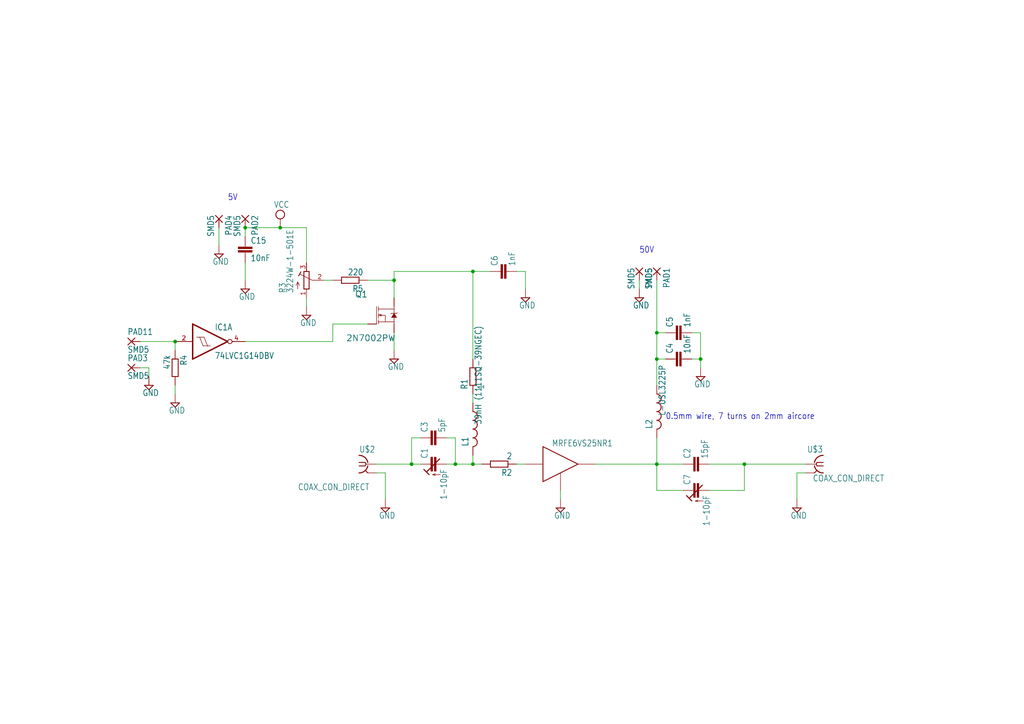
<source format=kicad_sch>
(kicad_sch
	(version 20231120)
	(generator "eeschema")
	(generator_version "8.0")
	(uuid "5d0097fa-43d6-43ce-87bb-be75734b5757")
	(paper "A4")
	(lib_symbols
		(symbol "Stage2_Amplifier-eagle-import:741G14DBV"
			(exclude_from_sim no)
			(in_bom yes)
			(on_board yes)
			(property "Reference" "IC"
				(at -0.635 -0.635 0)
				(effects
					(font
						(size 1.778 1.5113)
					)
					(justify left bottom)
				)
			)
			(property "Value" ""
				(at 1.27 -5.08 0)
				(effects
					(font
						(size 1.778 1.5113)
					)
					(justify left bottom)
					(hide yes)
				)
			)
			(property "Footprint" "Stage2_Amplifier:SOT23-5"
				(at 0 0 0)
				(effects
					(font
						(size 1.27 1.27)
					)
					(hide yes)
				)
			)
			(property "Datasheet" ""
				(at 0 0 0)
				(effects
					(font
						(size 1.27 1.27)
					)
					(hide yes)
				)
			)
			(property "Description" "Single Schmitt-Trigger Inverter Gate"
				(at 0 0 0)
				(effects
					(font
						(size 1.27 1.27)
					)
					(hide yes)
				)
			)
			(property "ki_locked" ""
				(at 0 0 0)
				(effects
					(font
						(size 1.27 1.27)
					)
				)
			)
			(symbol "741G14DBV_1_0"
				(polyline
					(pts
						(xy -5.08 -5.08) (xy -5.08 5.08)
					)
					(stroke
						(width 0.4064)
						(type solid)
					)
					(fill
						(type none)
					)
				)
				(polyline
					(pts
						(xy -5.08 5.08) (xy 5.08 0)
					)
					(stroke
						(width 0.4064)
						(type solid)
					)
					(fill
						(type none)
					)
				)
				(polyline
					(pts
						(xy -3.937 1.27) (xy -3.048 1.27)
					)
					(stroke
						(width 0.1524)
						(type solid)
					)
					(fill
						(type none)
					)
				)
				(polyline
					(pts
						(xy -3.048 1.27) (xy -1.778 1.27)
					)
					(stroke
						(width 0.1524)
						(type solid)
					)
					(fill
						(type none)
					)
				)
				(polyline
					(pts
						(xy -2.032 -1.27) (xy -3.048 1.27)
					)
					(stroke
						(width 0.1524)
						(type solid)
					)
					(fill
						(type none)
					)
				)
				(polyline
					(pts
						(xy -2.032 -1.27) (xy -0.762 -1.27)
					)
					(stroke
						(width 0.1524)
						(type solid)
					)
					(fill
						(type none)
					)
				)
				(polyline
					(pts
						(xy -0.762 -1.27) (xy -1.778 1.27)
					)
					(stroke
						(width 0.1524)
						(type solid)
					)
					(fill
						(type none)
					)
				)
				(polyline
					(pts
						(xy -0.762 -1.27) (xy 0.127 -1.27)
					)
					(stroke
						(width 0.1524)
						(type solid)
					)
					(fill
						(type none)
					)
				)
				(polyline
					(pts
						(xy 5.08 0) (xy -5.08 -5.08)
					)
					(stroke
						(width 0.4064)
						(type solid)
					)
					(fill
						(type none)
					)
				)
				(pin input line
					(at -10.16 0 0)
					(length 5.08)
					(name "I"
						(effects
							(font
								(size 0 0)
							)
						)
					)
					(number "2"
						(effects
							(font
								(size 1.27 1.27)
							)
						)
					)
				)
				(pin output inverted
					(at 10.16 0 180)
					(length 5.08)
					(name "O"
						(effects
							(font
								(size 0 0)
							)
						)
					)
					(number "4"
						(effects
							(font
								(size 1.27 1.27)
							)
						)
					)
				)
			)
			(symbol "741G14DBV_2_0"
				(text "GND"
					(at 1.905 -6.35 900)
					(effects
						(font
							(size 1.27 1.0795)
						)
						(justify left bottom)
					)
				)
				(text "VCC"
					(at 1.905 2.54 900)
					(effects
						(font
							(size 1.27 1.0795)
						)
						(justify left bottom)
					)
				)
				(pin power_in line
					(at 0 -7.62 90)
					(length 5.08)
					(name "GND"
						(effects
							(font
								(size 0 0)
							)
						)
					)
					(number "3"
						(effects
							(font
								(size 1.27 1.27)
							)
						)
					)
				)
				(pin power_in line
					(at 0 7.62 270)
					(length 5.08)
					(name "VCC"
						(effects
							(font
								(size 0 0)
							)
						)
					)
					(number "5"
						(effects
							(font
								(size 1.27 1.27)
							)
						)
					)
				)
			)
		)
		(symbol "Stage2_Amplifier-eagle-import:AFT05MS031_BOARD"
			(exclude_from_sim no)
			(in_bom yes)
			(on_board yes)
			(property "Reference" ""
				(at 0 0 0)
				(effects
					(font
						(size 1.27 1.27)
					)
					(hide yes)
				)
			)
			(property "Value" ""
				(at 0 5.08 0)
				(effects
					(font
						(size 1.778 1.5113)
					)
					(justify left bottom)
				)
			)
			(property "Footprint" "Stage2_Amplifier:TO-270_ONBOARD"
				(at 0 0 0)
				(effects
					(font
						(size 1.27 1.27)
					)
					(hide yes)
				)
			)
			(property "Datasheet" ""
				(at 0 0 0)
				(effects
					(font
						(size 1.27 1.27)
					)
					(hide yes)
				)
			)
			(property "Description" "AFT05MS031 for On Board soldering.  Use Board <=1.55mm Best use Board 0.8mm"
				(at 0 0 0)
				(effects
					(font
						(size 1.27 1.27)
					)
					(hide yes)
				)
			)
			(property "ki_locked" ""
				(at 0 0 0)
				(effects
					(font
						(size 1.27 1.27)
					)
				)
			)
			(symbol "AFT05MS031_BOARD_1_0"
				(polyline
					(pts
						(xy -2.54 5.08) (xy -2.54 -5.08)
					)
					(stroke
						(width 0.254)
						(type solid)
					)
					(fill
						(type none)
					)
				)
				(polyline
					(pts
						(xy -2.54 5.08) (xy 7.62 0)
					)
					(stroke
						(width 0.254)
						(type solid)
					)
					(fill
						(type none)
					)
				)
				(polyline
					(pts
						(xy 7.62 0) (xy -2.54 -5.08)
					)
					(stroke
						(width 0.254)
						(type solid)
					)
					(fill
						(type none)
					)
				)
				(pin bidirectional line
					(at 12.7 0 180)
					(length 5.08)
					(name "OUT"
						(effects
							(font
								(size 0 0)
							)
						)
					)
					(number "P$1"
						(effects
							(font
								(size 0 0)
							)
						)
					)
				)
				(pin bidirectional line
					(at -7.62 0 0)
					(length 5.08)
					(name "IN"
						(effects
							(font
								(size 0 0)
							)
						)
					)
					(number "P$2"
						(effects
							(font
								(size 0 0)
							)
						)
					)
				)
				(pin bidirectional line
					(at 2.54 -7.62 90)
					(length 5.08)
					(name "GND"
						(effects
							(font
								(size 0 0)
							)
						)
					)
					(number "P$3"
						(effects
							(font
								(size 0 0)
							)
						)
					)
				)
			)
		)
		(symbol "Stage2_Amplifier-eagle-import:C-EUC0805"
			(exclude_from_sim no)
			(in_bom yes)
			(on_board yes)
			(property "Reference" "C"
				(at 1.524 0.381 0)
				(effects
					(font
						(size 1.778 1.5113)
					)
					(justify left bottom)
				)
			)
			(property "Value" ""
				(at 1.524 -4.699 0)
				(effects
					(font
						(size 1.778 1.5113)
					)
					(justify left bottom)
				)
			)
			(property "Footprint" "Stage2_Amplifier:C0805"
				(at 0 0 0)
				(effects
					(font
						(size 1.27 1.27)
					)
					(hide yes)
				)
			)
			(property "Datasheet" ""
				(at 0 0 0)
				(effects
					(font
						(size 1.27 1.27)
					)
					(hide yes)
				)
			)
			(property "Description" "CAPACITOR, European symbol"
				(at 0 0 0)
				(effects
					(font
						(size 1.27 1.27)
					)
					(hide yes)
				)
			)
			(property "ki_locked" ""
				(at 0 0 0)
				(effects
					(font
						(size 1.27 1.27)
					)
				)
			)
			(symbol "C-EUC0805_1_0"
				(rectangle
					(start -2.032 -2.032)
					(end 2.032 -1.524)
					(stroke
						(width 0)
						(type default)
					)
					(fill
						(type outline)
					)
				)
				(rectangle
					(start -2.032 -1.016)
					(end 2.032 -0.508)
					(stroke
						(width 0)
						(type default)
					)
					(fill
						(type outline)
					)
				)
				(polyline
					(pts
						(xy 0 -2.54) (xy 0 -2.032)
					)
					(stroke
						(width 0.1524)
						(type solid)
					)
					(fill
						(type none)
					)
				)
				(polyline
					(pts
						(xy 0 0) (xy 0 -0.508)
					)
					(stroke
						(width 0.1524)
						(type solid)
					)
					(fill
						(type none)
					)
				)
				(pin passive line
					(at 0 2.54 270)
					(length 2.54)
					(name "1"
						(effects
							(font
								(size 0 0)
							)
						)
					)
					(number "1"
						(effects
							(font
								(size 0 0)
							)
						)
					)
				)
				(pin passive line
					(at 0 -5.08 90)
					(length 2.54)
					(name "2"
						(effects
							(font
								(size 0 0)
							)
						)
					)
					(number "2"
						(effects
							(font
								(size 0 0)
							)
						)
					)
				)
			)
		)
		(symbol "Stage2_Amplifier-eagle-import:C-EUC1206"
			(exclude_from_sim no)
			(in_bom yes)
			(on_board yes)
			(property "Reference" "C"
				(at 1.524 0.381 0)
				(effects
					(font
						(size 1.778 1.5113)
					)
					(justify left bottom)
				)
			)
			(property "Value" ""
				(at 1.524 -4.699 0)
				(effects
					(font
						(size 1.778 1.5113)
					)
					(justify left bottom)
				)
			)
			(property "Footprint" "Stage2_Amplifier:C1206"
				(at 0 0 0)
				(effects
					(font
						(size 1.27 1.27)
					)
					(hide yes)
				)
			)
			(property "Datasheet" ""
				(at 0 0 0)
				(effects
					(font
						(size 1.27 1.27)
					)
					(hide yes)
				)
			)
			(property "Description" "CAPACITOR, European symbol"
				(at 0 0 0)
				(effects
					(font
						(size 1.27 1.27)
					)
					(hide yes)
				)
			)
			(property "ki_locked" ""
				(at 0 0 0)
				(effects
					(font
						(size 1.27 1.27)
					)
				)
			)
			(symbol "C-EUC1206_1_0"
				(rectangle
					(start -2.032 -2.032)
					(end 2.032 -1.524)
					(stroke
						(width 0)
						(type default)
					)
					(fill
						(type outline)
					)
				)
				(rectangle
					(start -2.032 -1.016)
					(end 2.032 -0.508)
					(stroke
						(width 0)
						(type default)
					)
					(fill
						(type outline)
					)
				)
				(polyline
					(pts
						(xy 0 -2.54) (xy 0 -2.032)
					)
					(stroke
						(width 0.1524)
						(type solid)
					)
					(fill
						(type none)
					)
				)
				(polyline
					(pts
						(xy 0 0) (xy 0 -0.508)
					)
					(stroke
						(width 0.1524)
						(type solid)
					)
					(fill
						(type none)
					)
				)
				(pin passive line
					(at 0 2.54 270)
					(length 2.54)
					(name "1"
						(effects
							(font
								(size 0 0)
							)
						)
					)
					(number "1"
						(effects
							(font
								(size 0 0)
							)
						)
					)
				)
				(pin passive line
					(at 0 -5.08 90)
					(length 2.54)
					(name "2"
						(effects
							(font
								(size 0 0)
							)
						)
					)
					(number "2"
						(effects
							(font
								(size 0 0)
							)
						)
					)
				)
			)
		)
		(symbol "Stage2_Amplifier-eagle-import:C-EUC1210"
			(exclude_from_sim no)
			(in_bom yes)
			(on_board yes)
			(property "Reference" "C"
				(at 1.524 0.381 0)
				(effects
					(font
						(size 1.778 1.5113)
					)
					(justify left bottom)
				)
			)
			(property "Value" ""
				(at 1.524 -4.699 0)
				(effects
					(font
						(size 1.778 1.5113)
					)
					(justify left bottom)
				)
			)
			(property "Footprint" "Stage2_Amplifier:C1210"
				(at 0 0 0)
				(effects
					(font
						(size 1.27 1.27)
					)
					(hide yes)
				)
			)
			(property "Datasheet" ""
				(at 0 0 0)
				(effects
					(font
						(size 1.27 1.27)
					)
					(hide yes)
				)
			)
			(property "Description" "CAPACITOR, European symbol"
				(at 0 0 0)
				(effects
					(font
						(size 1.27 1.27)
					)
					(hide yes)
				)
			)
			(property "ki_locked" ""
				(at 0 0 0)
				(effects
					(font
						(size 1.27 1.27)
					)
				)
			)
			(symbol "C-EUC1210_1_0"
				(rectangle
					(start -2.032 -2.032)
					(end 2.032 -1.524)
					(stroke
						(width 0)
						(type default)
					)
					(fill
						(type outline)
					)
				)
				(rectangle
					(start -2.032 -1.016)
					(end 2.032 -0.508)
					(stroke
						(width 0)
						(type default)
					)
					(fill
						(type outline)
					)
				)
				(polyline
					(pts
						(xy 0 -2.54) (xy 0 -2.032)
					)
					(stroke
						(width 0.1524)
						(type solid)
					)
					(fill
						(type none)
					)
				)
				(polyline
					(pts
						(xy 0 0) (xy 0 -0.508)
					)
					(stroke
						(width 0.1524)
						(type solid)
					)
					(fill
						(type none)
					)
				)
				(pin passive line
					(at 0 2.54 270)
					(length 2.54)
					(name "1"
						(effects
							(font
								(size 0 0)
							)
						)
					)
					(number "1"
						(effects
							(font
								(size 0 0)
							)
						)
					)
				)
				(pin passive line
					(at 0 -5.08 90)
					(length 2.54)
					(name "2"
						(effects
							(font
								(size 0 0)
							)
						)
					)
					(number "2"
						(effects
							(font
								(size 0 0)
							)
						)
					)
				)
			)
		)
		(symbol "Stage2_Amplifier-eagle-import:C-TRIMMTZBX4"
			(exclude_from_sim no)
			(in_bom yes)
			(on_board yes)
			(property "Reference" "C"
				(at 1.524 0.381 0)
				(effects
					(font
						(size 1.778 1.5113)
					)
					(justify left bottom)
				)
			)
			(property "Value" ""
				(at 2.286 -5.207 0)
				(effects
					(font
						(size 1.778 1.5113)
					)
					(justify left bottom)
				)
			)
			(property "Footprint" "Stage2_Amplifier:CTRIMTZBX4"
				(at 0 0 0)
				(effects
					(font
						(size 1.27 1.27)
					)
					(hide yes)
				)
			)
			(property "Datasheet" ""
				(at 0 0 0)
				(effects
					(font
						(size 1.27 1.27)
					)
					(hide yes)
				)
			)
			(property "Description" "Trimm capacitor"
				(at 0 0 0)
				(effects
					(font
						(size 1.27 1.27)
					)
					(hide yes)
				)
			)
			(property "ki_locked" ""
				(at 0 0 0)
				(effects
					(font
						(size 1.27 1.27)
					)
				)
			)
			(symbol "C-TRIMMTZBX4_1_0"
				(rectangle
					(start -2.032 -2.032)
					(end 2.032 -1.524)
					(stroke
						(width 0)
						(type default)
					)
					(fill
						(type outline)
					)
				)
				(rectangle
					(start -2.032 -1.016)
					(end 2.032 -0.508)
					(stroke
						(width 0)
						(type default)
					)
					(fill
						(type outline)
					)
				)
				(polyline
					(pts
						(xy -3.048 -3.302) (xy -3.048 -1.016)
					)
					(stroke
						(width 0.1524)
						(type solid)
					)
					(fill
						(type none)
					)
				)
				(polyline
					(pts
						(xy -3.048 -1.016) (xy -3.302 -1.778)
					)
					(stroke
						(width 0.1524)
						(type solid)
					)
					(fill
						(type none)
					)
				)
				(polyline
					(pts
						(xy -3.048 -1.016) (xy -2.794 -1.778)
					)
					(stroke
						(width 0.1524)
						(type solid)
					)
					(fill
						(type none)
					)
				)
				(polyline
					(pts
						(xy -3.048 0) (xy -2.286 0.762)
					)
					(stroke
						(width 0.3048)
						(type solid)
					)
					(fill
						(type none)
					)
				)
				(polyline
					(pts
						(xy -2.286 0.762) (xy -1.524 1.524)
					)
					(stroke
						(width 0.3048)
						(type solid)
					)
					(fill
						(type none)
					)
				)
				(polyline
					(pts
						(xy 0 -2.54) (xy 0 -2.032)
					)
					(stroke
						(width 0.1524)
						(type solid)
					)
					(fill
						(type none)
					)
				)
				(polyline
					(pts
						(xy 0 0) (xy 0 -0.508)
					)
					(stroke
						(width 0.1524)
						(type solid)
					)
					(fill
						(type none)
					)
				)
				(polyline
					(pts
						(xy 1.524 -3.048) (xy -2.286 0.762)
					)
					(stroke
						(width 0.3048)
						(type solid)
					)
					(fill
						(type none)
					)
				)
				(pin passive line
					(at 0 2.54 270)
					(length 2.54)
					(name "E"
						(effects
							(font
								(size 0 0)
							)
						)
					)
					(number "1"
						(effects
							(font
								(size 0 0)
							)
						)
					)
				)
				(pin passive line
					(at 0 -5.08 90)
					(length 2.54)
					(name "A"
						(effects
							(font
								(size 0 0)
							)
						)
					)
					(number "2"
						(effects
							(font
								(size 0 0)
							)
						)
					)
				)
			)
		)
		(symbol "Stage2_Amplifier-eagle-import:COAX_CON_DIRECT"
			(exclude_from_sim no)
			(in_bom yes)
			(on_board yes)
			(property "Reference" ""
				(at -2.54 3.302 0)
				(effects
					(font
						(size 1.778 1.5113)
					)
					(justify left bottom)
					(hide yes)
				)
			)
			(property "Value" ""
				(at -2.54 -7.62 0)
				(effects
					(font
						(size 1.778 1.5113)
					)
					(justify left bottom)
				)
			)
			(property "Footprint" "Stage2_Amplifier:COAX.141"
				(at 0 0 0)
				(effects
					(font
						(size 1.27 1.27)
					)
					(hide yes)
				)
			)
			(property "Datasheet" ""
				(at 0 0 0)
				(effects
					(font
						(size 1.27 1.27)
					)
					(hide yes)
				)
			)
			(property "Description" "Direct Coax to Bord Top"
				(at 0 0 0)
				(effects
					(font
						(size 1.27 1.27)
					)
					(hide yes)
				)
			)
			(property "ki_locked" ""
				(at 0 0 0)
				(effects
					(font
						(size 1.27 1.27)
					)
				)
			)
			(symbol "COAX_CON_DIRECT_1_0"
				(arc
					(start -2.54 -2.54)
					(mid -0.9022 -1.9838)
					(end 0 -0.508)
					(stroke
						(width 0.3048)
						(type solid)
					)
					(fill
						(type none)
					)
				)
				(polyline
					(pts
						(xy -2.54 0.508) (xy -0.762 0.508)
					)
					(stroke
						(width 0.254)
						(type solid)
					)
					(fill
						(type none)
					)
				)
				(polyline
					(pts
						(xy -0.762 -0.508) (xy -2.54 -0.508)
					)
					(stroke
						(width 0.254)
						(type solid)
					)
					(fill
						(type none)
					)
				)
				(polyline
					(pts
						(xy -0.762 0.508) (xy -0.508 0)
					)
					(stroke
						(width 0.254)
						(type solid)
					)
					(fill
						(type none)
					)
				)
				(polyline
					(pts
						(xy -0.508 0) (xy -0.762 -0.508)
					)
					(stroke
						(width 0.254)
						(type solid)
					)
					(fill
						(type none)
					)
				)
				(polyline
					(pts
						(xy 0 -2.54) (xy -0.762 -1.778)
					)
					(stroke
						(width 0.254)
						(type solid)
					)
					(fill
						(type none)
					)
				)
				(polyline
					(pts
						(xy 0 0) (xy -0.508 0)
					)
					(stroke
						(width 0.1524)
						(type solid)
					)
					(fill
						(type none)
					)
				)
				(arc
					(start 0 0.508)
					(mid -0.9022 1.9838)
					(end -2.54 2.54)
					(stroke
						(width 0.3048)
						(type solid)
					)
					(fill
						(type none)
					)
				)
				(pin passive line
					(at 2.54 0 180)
					(length 2.54)
					(name "1"
						(effects
							(font
								(size 0 0)
							)
						)
					)
					(number "P$1"
						(effects
							(font
								(size 0 0)
							)
						)
					)
				)
				(pin passive line
					(at 2.54 -2.54 180)
					(length 2.54)
					(name "GND@1"
						(effects
							(font
								(size 0 0)
							)
						)
					)
					(number "P$2"
						(effects
							(font
								(size 0 0)
							)
						)
					)
				)
			)
		)
		(symbol "Stage2_Amplifier-eagle-import:GND"
			(power)
			(exclude_from_sim no)
			(in_bom yes)
			(on_board yes)
			(property "Reference" "#SUPPLY"
				(at 0 0 0)
				(effects
					(font
						(size 1.27 1.27)
					)
					(hide yes)
				)
			)
			(property "Value" ""
				(at -1.905 -3.175 0)
				(effects
					(font
						(size 1.778 1.5113)
					)
					(justify left bottom)
				)
			)
			(property "Footprint" ""
				(at 0 0 0)
				(effects
					(font
						(size 1.27 1.27)
					)
					(hide yes)
				)
			)
			(property "Datasheet" ""
				(at 0 0 0)
				(effects
					(font
						(size 1.27 1.27)
					)
					(hide yes)
				)
			)
			(property "Description" "SUPPLY SYMBOL"
				(at 0 0 0)
				(effects
					(font
						(size 1.27 1.27)
					)
					(hide yes)
				)
			)
			(property "ki_locked" ""
				(at 0 0 0)
				(effects
					(font
						(size 1.27 1.27)
					)
				)
			)
			(symbol "GND_1_0"
				(polyline
					(pts
						(xy -1.27 0) (xy 1.27 0)
					)
					(stroke
						(width 0.254)
						(type solid)
					)
					(fill
						(type none)
					)
				)
				(polyline
					(pts
						(xy 0 -1.27) (xy -1.27 0)
					)
					(stroke
						(width 0.254)
						(type solid)
					)
					(fill
						(type none)
					)
				)
				(polyline
					(pts
						(xy 1.27 0) (xy 0 -1.27)
					)
					(stroke
						(width 0.254)
						(type solid)
					)
					(fill
						(type none)
					)
				)
				(pin power_in line
					(at 0 2.54 270)
					(length 2.54)
					(name "GND"
						(effects
							(font
								(size 0 0)
							)
						)
					)
					(number "1"
						(effects
							(font
								(size 0 0)
							)
						)
					)
				)
			)
		)
		(symbol "Stage2_Amplifier-eagle-import:L-USL3225P"
			(exclude_from_sim no)
			(in_bom yes)
			(on_board yes)
			(property "Reference" "L"
				(at -1.27 -5.08 90)
				(effects
					(font
						(size 1.778 1.5113)
					)
					(justify left bottom)
				)
			)
			(property "Value" ""
				(at 3.81 -5.08 90)
				(effects
					(font
						(size 1.778 1.5113)
					)
					(justify left bottom)
				)
			)
			(property "Footprint" "Stage2_Amplifier:L3225P"
				(at 0 0 0)
				(effects
					(font
						(size 1.27 1.27)
					)
					(hide yes)
				)
			)
			(property "Datasheet" ""
				(at 0 0 0)
				(effects
					(font
						(size 1.27 1.27)
					)
					(hide yes)
				)
			)
			(property "Description" "INDUCTOR, American symbol"
				(at 0 0 0)
				(effects
					(font
						(size 1.27 1.27)
					)
					(hide yes)
				)
			)
			(property "ki_locked" ""
				(at 0 0 0)
				(effects
					(font
						(size 1.27 1.27)
					)
				)
			)
			(symbol "L-USL3225P_1_0"
				(arc
					(start 0 -5.08)
					(mid 0.898 -4.708)
					(end 1.27 -3.81)
					(stroke
						(width 0.254)
						(type solid)
					)
					(fill
						(type none)
					)
				)
				(arc
					(start 0 -2.54)
					(mid 0.898 -2.168)
					(end 1.27 -1.27)
					(stroke
						(width 0.254)
						(type solid)
					)
					(fill
						(type none)
					)
				)
				(arc
					(start 0 0)
					(mid 0.898 0.372)
					(end 1.27 1.27)
					(stroke
						(width 0.254)
						(type solid)
					)
					(fill
						(type none)
					)
				)
				(arc
					(start 0 2.54)
					(mid 0.898 2.912)
					(end 1.27 3.81)
					(stroke
						(width 0.254)
						(type solid)
					)
					(fill
						(type none)
					)
				)
				(arc
					(start 1.27 -3.81)
					(mid 0.898 -2.912)
					(end 0 -2.54)
					(stroke
						(width 0.254)
						(type solid)
					)
					(fill
						(type none)
					)
				)
				(arc
					(start 1.27 -1.27)
					(mid 0.898 -0.372)
					(end 0 0)
					(stroke
						(width 0.254)
						(type solid)
					)
					(fill
						(type none)
					)
				)
				(arc
					(start 1.27 1.27)
					(mid 0.898 2.168)
					(end 0 2.54)
					(stroke
						(width 0.254)
						(type solid)
					)
					(fill
						(type none)
					)
				)
				(arc
					(start 1.27 3.81)
					(mid 0.898 4.708)
					(end 0 5.08)
					(stroke
						(width 0.254)
						(type solid)
					)
					(fill
						(type none)
					)
				)
				(pin passive line
					(at 0 7.62 270)
					(length 2.54)
					(name "1"
						(effects
							(font
								(size 0 0)
							)
						)
					)
					(number "1"
						(effects
							(font
								(size 0 0)
							)
						)
					)
				)
				(pin passive line
					(at 0 -7.62 90)
					(length 2.54)
					(name "2"
						(effects
							(font
								(size 0 0)
							)
						)
					)
					(number "2"
						(effects
							(font
								(size 0 0)
							)
						)
					)
				)
			)
		)
		(symbol "Stage2_Amplifier-eagle-import:MOSFET-NCH-2N7002PW"
			(exclude_from_sim no)
			(in_bom yes)
			(on_board yes)
			(property "Reference" "Q"
				(at 5.08 0 0)
				(effects
					(font
						(size 1.778 1.778)
					)
					(justify left bottom)
				)
			)
			(property "Value" ""
				(at 5.08 -2.54 0)
				(effects
					(font
						(size 1.778 1.778)
					)
					(justify left bottom)
				)
			)
			(property "Footprint" "Stage2_Amplifier:SOT323"
				(at 0 0 0)
				(effects
					(font
						(size 1.27 1.27)
					)
					(hide yes)
				)
			)
			(property "Datasheet" ""
				(at 0 0 0)
				(effects
					(font
						(size 1.27 1.27)
					)
					(hide yes)
				)
			)
			(property "Description" "N-channel MOSFETs\n\nVoltage controlled devices that allow control of high current outputs.\n\nSparkFun Products:\n\n• SparkFun OpenScale\n• SparkFun Digital Sandbox\n• SparkFun Monster Moto Shield\n• SparkFun MOSFET Power Controller"
				(at 0 0 0)
				(effects
					(font
						(size 1.27 1.27)
					)
					(hide yes)
				)
			)
			(property "ki_locked" ""
				(at 0 0 0)
				(effects
					(font
						(size 1.27 1.27)
					)
				)
			)
			(symbol "MOSFET-NCH-2N7002PW_1_0"
				(polyline
					(pts
						(xy -2.54 -2.54) (xy -2.54 2.54)
					)
					(stroke
						(width 0.1524)
						(type solid)
					)
					(fill
						(type none)
					)
				)
				(polyline
					(pts
						(xy -1.9812 -1.905) (xy -1.9812 -2.54)
					)
					(stroke
						(width 0.1524)
						(type solid)
					)
					(fill
						(type none)
					)
				)
				(polyline
					(pts
						(xy -1.9812 -1.905) (xy 0 -1.905)
					)
					(stroke
						(width 0.1524)
						(type solid)
					)
					(fill
						(type none)
					)
				)
				(polyline
					(pts
						(xy -1.9812 -1.2954) (xy -1.9812 -1.905)
					)
					(stroke
						(width 0.1524)
						(type solid)
					)
					(fill
						(type none)
					)
				)
				(polyline
					(pts
						(xy -1.9812 0.6858) (xy -1.9812 -0.8382)
					)
					(stroke
						(width 0.1524)
						(type solid)
					)
					(fill
						(type none)
					)
				)
				(polyline
					(pts
						(xy -1.9812 1.8034) (xy -1.9812 1.0922)
					)
					(stroke
						(width 0.1524)
						(type solid)
					)
					(fill
						(type none)
					)
				)
				(polyline
					(pts
						(xy -1.9812 1.8034) (xy 2.54 1.8034)
					)
					(stroke
						(width 0.1524)
						(type solid)
					)
					(fill
						(type none)
					)
				)
				(polyline
					(pts
						(xy -1.9812 2.54) (xy -1.9812 1.8034)
					)
					(stroke
						(width 0.1524)
						(type solid)
					)
					(fill
						(type none)
					)
				)
				(polyline
					(pts
						(xy 0 -1.905) (xy 0 0)
					)
					(stroke
						(width 0.1524)
						(type solid)
					)
					(fill
						(type none)
					)
				)
				(polyline
					(pts
						(xy 0 0) (xy -1.2192 0)
					)
					(stroke
						(width 0.1524)
						(type solid)
					)
					(fill
						(type none)
					)
				)
				(polyline
					(pts
						(xy 1.6002 0.381) (xy 1.778 0.5588)
					)
					(stroke
						(width 0.1524)
						(type solid)
					)
					(fill
						(type none)
					)
				)
				(polyline
					(pts
						(xy 2.54 -2.54) (xy 2.54 -1.905)
					)
					(stroke
						(width 0.1524)
						(type solid)
					)
					(fill
						(type none)
					)
				)
				(polyline
					(pts
						(xy 2.54 -1.905) (xy 0 -1.905)
					)
					(stroke
						(width 0.1524)
						(type solid)
					)
					(fill
						(type none)
					)
				)
				(polyline
					(pts
						(xy 2.54 -0.7112) (xy 2.54 -1.905)
					)
					(stroke
						(width 0.1524)
						(type solid)
					)
					(fill
						(type none)
					)
				)
				(polyline
					(pts
						(xy 2.54 0.5588) (xy 1.778 0.5588)
					)
					(stroke
						(width 0.1524)
						(type solid)
					)
					(fill
						(type none)
					)
				)
				(polyline
					(pts
						(xy 2.54 0.5588) (xy 3.302 0.5588)
					)
					(stroke
						(width 0.1524)
						(type solid)
					)
					(fill
						(type none)
					)
				)
				(polyline
					(pts
						(xy 2.54 1.8034) (xy 2.54 0.5588)
					)
					(stroke
						(width 0.1524)
						(type solid)
					)
					(fill
						(type none)
					)
				)
				(polyline
					(pts
						(xy 2.54 2.54) (xy 2.54 1.8034)
					)
					(stroke
						(width 0.1524)
						(type solid)
					)
					(fill
						(type none)
					)
				)
				(polyline
					(pts
						(xy 3.302 0.5588) (xy 3.4798 0.7366)
					)
					(stroke
						(width 0.1524)
						(type solid)
					)
					(fill
						(type none)
					)
				)
				(polyline
					(pts
						(xy -1.9812 0) (xy -1.2192 0.254) (xy -1.2192 -0.254)
					)
					(stroke
						(width 0.1524)
						(type solid)
					)
					(fill
						(type outline)
					)
				)
				(polyline
					(pts
						(xy 1.778 -0.7112) (xy 2.54 0.5588) (xy 3.302 -0.7112)
					)
					(stroke
						(width 0.1524)
						(type solid)
					)
					(fill
						(type outline)
					)
				)
				(pin bidirectional line
					(at -5.08 -2.54 0)
					(length 2.54)
					(name "G"
						(effects
							(font
								(size 0 0)
							)
						)
					)
					(number "1"
						(effects
							(font
								(size 0 0)
							)
						)
					)
				)
				(pin bidirectional line
					(at 2.54 -5.08 90)
					(length 2.54)
					(name "S"
						(effects
							(font
								(size 0 0)
							)
						)
					)
					(number "2"
						(effects
							(font
								(size 0 0)
							)
						)
					)
				)
				(pin bidirectional line
					(at 2.54 5.08 270)
					(length 2.54)
					(name "D"
						(effects
							(font
								(size 0 0)
							)
						)
					)
					(number "3"
						(effects
							(font
								(size 0 0)
							)
						)
					)
				)
			)
		)
		(symbol "Stage2_Amplifier-eagle-import:R-EU_R0805"
			(exclude_from_sim no)
			(in_bom yes)
			(on_board yes)
			(property "Reference" "R"
				(at -3.81 1.4986 0)
				(effects
					(font
						(size 1.778 1.5113)
					)
					(justify left bottom)
				)
			)
			(property "Value" ""
				(at -3.81 -3.302 0)
				(effects
					(font
						(size 1.778 1.5113)
					)
					(justify left bottom)
				)
			)
			(property "Footprint" "Stage2_Amplifier:R0805"
				(at 0 0 0)
				(effects
					(font
						(size 1.27 1.27)
					)
					(hide yes)
				)
			)
			(property "Datasheet" ""
				(at 0 0 0)
				(effects
					(font
						(size 1.27 1.27)
					)
					(hide yes)
				)
			)
			(property "Description" "RESISTOR, European symbol"
				(at 0 0 0)
				(effects
					(font
						(size 1.27 1.27)
					)
					(hide yes)
				)
			)
			(property "ki_locked" ""
				(at 0 0 0)
				(effects
					(font
						(size 1.27 1.27)
					)
				)
			)
			(symbol "R-EU_R0805_1_0"
				(polyline
					(pts
						(xy -2.54 -0.889) (xy -2.54 0.889)
					)
					(stroke
						(width 0.254)
						(type solid)
					)
					(fill
						(type none)
					)
				)
				(polyline
					(pts
						(xy -2.54 -0.889) (xy 2.54 -0.889)
					)
					(stroke
						(width 0.254)
						(type solid)
					)
					(fill
						(type none)
					)
				)
				(polyline
					(pts
						(xy 2.54 -0.889) (xy 2.54 0.889)
					)
					(stroke
						(width 0.254)
						(type solid)
					)
					(fill
						(type none)
					)
				)
				(polyline
					(pts
						(xy 2.54 0.889) (xy -2.54 0.889)
					)
					(stroke
						(width 0.254)
						(type solid)
					)
					(fill
						(type none)
					)
				)
				(pin passive line
					(at -5.08 0 0)
					(length 2.54)
					(name "1"
						(effects
							(font
								(size 0 0)
							)
						)
					)
					(number "1"
						(effects
							(font
								(size 0 0)
							)
						)
					)
				)
				(pin passive line
					(at 5.08 0 180)
					(length 2.54)
					(name "2"
						(effects
							(font
								(size 0 0)
							)
						)
					)
					(number "2"
						(effects
							(font
								(size 0 0)
							)
						)
					)
				)
			)
		)
		(symbol "Stage2_Amplifier-eagle-import:R-EU_R1206"
			(exclude_from_sim no)
			(in_bom yes)
			(on_board yes)
			(property "Reference" "R"
				(at -3.81 1.4986 0)
				(effects
					(font
						(size 1.778 1.5113)
					)
					(justify left bottom)
				)
			)
			(property "Value" ""
				(at -3.81 -3.302 0)
				(effects
					(font
						(size 1.778 1.5113)
					)
					(justify left bottom)
				)
			)
			(property "Footprint" "Stage2_Amplifier:R1206"
				(at 0 0 0)
				(effects
					(font
						(size 1.27 1.27)
					)
					(hide yes)
				)
			)
			(property "Datasheet" ""
				(at 0 0 0)
				(effects
					(font
						(size 1.27 1.27)
					)
					(hide yes)
				)
			)
			(property "Description" "RESISTOR, European symbol"
				(at 0 0 0)
				(effects
					(font
						(size 1.27 1.27)
					)
					(hide yes)
				)
			)
			(property "ki_locked" ""
				(at 0 0 0)
				(effects
					(font
						(size 1.27 1.27)
					)
				)
			)
			(symbol "R-EU_R1206_1_0"
				(polyline
					(pts
						(xy -2.54 -0.889) (xy -2.54 0.889)
					)
					(stroke
						(width 0.254)
						(type solid)
					)
					(fill
						(type none)
					)
				)
				(polyline
					(pts
						(xy -2.54 -0.889) (xy 2.54 -0.889)
					)
					(stroke
						(width 0.254)
						(type solid)
					)
					(fill
						(type none)
					)
				)
				(polyline
					(pts
						(xy 2.54 -0.889) (xy 2.54 0.889)
					)
					(stroke
						(width 0.254)
						(type solid)
					)
					(fill
						(type none)
					)
				)
				(polyline
					(pts
						(xy 2.54 0.889) (xy -2.54 0.889)
					)
					(stroke
						(width 0.254)
						(type solid)
					)
					(fill
						(type none)
					)
				)
				(pin passive line
					(at -5.08 0 0)
					(length 2.54)
					(name "1"
						(effects
							(font
								(size 0 0)
							)
						)
					)
					(number "1"
						(effects
							(font
								(size 0 0)
							)
						)
					)
				)
				(pin passive line
					(at 5.08 0 180)
					(length 2.54)
					(name "2"
						(effects
							(font
								(size 0 0)
							)
						)
					)
					(number "2"
						(effects
							(font
								(size 0 0)
							)
						)
					)
				)
			)
		)
		(symbol "Stage2_Amplifier-eagle-import:R-TRIMM3224W"
			(exclude_from_sim no)
			(in_bom yes)
			(on_board yes)
			(property "Reference" "R"
				(at -5.969 -3.81 90)
				(effects
					(font
						(size 1.778 1.5113)
					)
					(justify left bottom)
				)
			)
			(property "Value" ""
				(at -3.81 -3.81 90)
				(effects
					(font
						(size 1.778 1.5113)
					)
					(justify left bottom)
				)
			)
			(property "Footprint" "Stage2_Amplifier:RTRIM3224W"
				(at 0 0 0)
				(effects
					(font
						(size 1.27 1.27)
					)
					(hide yes)
				)
			)
			(property "Datasheet" ""
				(at 0 0 0)
				(effects
					(font
						(size 1.27 1.27)
					)
					(hide yes)
				)
			)
			(property "Description" "Trimm resistor"
				(at 0 0 0)
				(effects
					(font
						(size 1.27 1.27)
					)
					(hide yes)
				)
			)
			(property "ki_locked" ""
				(at 0 0 0)
				(effects
					(font
						(size 1.27 1.27)
					)
				)
			)
			(symbol "R-TRIMM3224W_1_0"
				(polyline
					(pts
						(xy -2.54 -2.54) (xy -2.54 -0.508)
					)
					(stroke
						(width 0.1524)
						(type solid)
					)
					(fill
						(type none)
					)
				)
				(polyline
					(pts
						(xy -2.54 -0.508) (xy -3.048 -1.524)
					)
					(stroke
						(width 0.1524)
						(type solid)
					)
					(fill
						(type none)
					)
				)
				(polyline
					(pts
						(xy -2.54 -0.508) (xy -2.032 -1.524)
					)
					(stroke
						(width 0.1524)
						(type solid)
					)
					(fill
						(type none)
					)
				)
				(polyline
					(pts
						(xy -2.286 1.27) (xy -1.651 2.413)
					)
					(stroke
						(width 0.254)
						(type solid)
					)
					(fill
						(type none)
					)
				)
				(polyline
					(pts
						(xy -0.762 -2.54) (xy 0.762 -2.54)
					)
					(stroke
						(width 0.254)
						(type solid)
					)
					(fill
						(type none)
					)
				)
				(polyline
					(pts
						(xy -0.762 2.54) (xy -0.762 -2.54)
					)
					(stroke
						(width 0.254)
						(type solid)
					)
					(fill
						(type none)
					)
				)
				(polyline
					(pts
						(xy 0 2.54) (xy -0.762 2.54)
					)
					(stroke
						(width 0.254)
						(type solid)
					)
					(fill
						(type none)
					)
				)
				(polyline
					(pts
						(xy 0 2.54) (xy 0 5.08)
					)
					(stroke
						(width 0.1524)
						(type solid)
					)
					(fill
						(type none)
					)
				)
				(polyline
					(pts
						(xy 0.762 -2.54) (xy 0.762 2.54)
					)
					(stroke
						(width 0.254)
						(type solid)
					)
					(fill
						(type none)
					)
				)
				(polyline
					(pts
						(xy 0.762 2.54) (xy 0 2.54)
					)
					(stroke
						(width 0.254)
						(type solid)
					)
					(fill
						(type none)
					)
				)
				(polyline
					(pts
						(xy 1.651 0) (xy -1.8796 1.7526)
					)
					(stroke
						(width 0.1524)
						(type solid)
					)
					(fill
						(type none)
					)
				)
				(polyline
					(pts
						(xy 2.54 0) (xy 1.651 0)
					)
					(stroke
						(width 0.1524)
						(type solid)
					)
					(fill
						(type none)
					)
				)
				(pin passive line
					(at 0 -5.08 90)
					(length 2.54)
					(name "A"
						(effects
							(font
								(size 0 0)
							)
						)
					)
					(number "1"
						(effects
							(font
								(size 1.27 1.27)
							)
						)
					)
				)
				(pin passive line
					(at 5.08 0 180)
					(length 2.54)
					(name "S"
						(effects
							(font
								(size 0 0)
							)
						)
					)
					(number "2"
						(effects
							(font
								(size 1.27 1.27)
							)
						)
					)
				)
				(pin passive line
					(at 0 5.08 270)
					(length 2.54)
					(name "E"
						(effects
							(font
								(size 0 0)
							)
						)
					)
					(number "3"
						(effects
							(font
								(size 1.27 1.27)
							)
						)
					)
				)
			)
		)
		(symbol "Stage2_Amplifier-eagle-import:SMD5"
			(exclude_from_sim no)
			(in_bom yes)
			(on_board yes)
			(property "Reference" "PAD"
				(at -1.143 1.8542 0)
				(effects
					(font
						(size 1.778 1.5113)
					)
					(justify left bottom)
				)
			)
			(property "Value" ""
				(at -1.143 -3.302 0)
				(effects
					(font
						(size 1.778 1.5113)
					)
					(justify left bottom)
				)
			)
			(property "Footprint" "Stage2_Amplifier:SMD2,54-5,08"
				(at 0 0 0)
				(effects
					(font
						(size 1.27 1.27)
					)
					(hide yes)
				)
			)
			(property "Datasheet" ""
				(at 0 0 0)
				(effects
					(font
						(size 1.27 1.27)
					)
					(hide yes)
				)
			)
			(property "Description" "SMD PAD"
				(at 0 0 0)
				(effects
					(font
						(size 1.27 1.27)
					)
					(hide yes)
				)
			)
			(property "ki_locked" ""
				(at 0 0 0)
				(effects
					(font
						(size 1.27 1.27)
					)
				)
			)
			(symbol "SMD5_1_0"
				(polyline
					(pts
						(xy -1.016 -1.016) (xy 1.016 1.016)
					)
					(stroke
						(width 0.254)
						(type solid)
					)
					(fill
						(type none)
					)
				)
				(polyline
					(pts
						(xy -1.016 1.016) (xy 1.016 -1.016)
					)
					(stroke
						(width 0.254)
						(type solid)
					)
					(fill
						(type none)
					)
				)
				(pin passive line
					(at 2.54 0 180)
					(length 2.54)
					(name "P"
						(effects
							(font
								(size 0 0)
							)
						)
					)
					(number "1"
						(effects
							(font
								(size 0 0)
							)
						)
					)
				)
			)
		)
		(symbol "Stage2_Amplifier-eagle-import:VCC"
			(power)
			(exclude_from_sim no)
			(in_bom yes)
			(on_board yes)
			(property "Reference" "#SUPPLY"
				(at 0 0 0)
				(effects
					(font
						(size 1.27 1.27)
					)
					(hide yes)
				)
			)
			(property "Value" ""
				(at -1.905 3.175 0)
				(effects
					(font
						(size 1.778 1.5113)
					)
					(justify left bottom)
				)
			)
			(property "Footprint" ""
				(at 0 0 0)
				(effects
					(font
						(size 1.27 1.27)
					)
					(hide yes)
				)
			)
			(property "Datasheet" ""
				(at 0 0 0)
				(effects
					(font
						(size 1.27 1.27)
					)
					(hide yes)
				)
			)
			(property "Description" "SUPPLY SYMBOL"
				(at 0 0 0)
				(effects
					(font
						(size 1.27 1.27)
					)
					(hide yes)
				)
			)
			(property "ki_locked" ""
				(at 0 0 0)
				(effects
					(font
						(size 1.27 1.27)
					)
				)
			)
			(symbol "VCC_1_0"
				(circle
					(center 0 1.27)
					(radius 1.27)
					(stroke
						(width 0.254)
						(type solid)
					)
					(fill
						(type none)
					)
				)
				(pin power_in line
					(at 0 -2.54 90)
					(length 2.54)
					(name "VCC"
						(effects
							(font
								(size 0 0)
							)
						)
					)
					(number "1"
						(effects
							(font
								(size 0 0)
							)
						)
					)
				)
			)
		)
	)
	(junction
		(at 119.38 134.62)
		(diameter 0)
		(color 0 0 0 0)
		(uuid "0d8ce9d8-5b26-43f2-9e11-a2659ae37fee")
	)
	(junction
		(at 137.16 134.62)
		(diameter 0)
		(color 0 0 0 0)
		(uuid "19d0caa0-703c-4908-825c-4f7f0d4f5389")
	)
	(junction
		(at 190.5 104.14)
		(diameter 0)
		(color 0 0 0 0)
		(uuid "207c323d-fc5d-4a35-bb15-36fe02560c03")
	)
	(junction
		(at 203.2 104.14)
		(diameter 0)
		(color 0 0 0 0)
		(uuid "22d11d97-1503-482a-a12e-48457d944c12")
	)
	(junction
		(at 71.12 66.04)
		(diameter 0)
		(color 0 0 0 0)
		(uuid "35fde9e1-1cf4-4564-b91a-bc487c8608bc")
	)
	(junction
		(at 215.9 134.62)
		(diameter 0)
		(color 0 0 0 0)
		(uuid "39ac94a1-4d4b-428f-b077-1b5b28390b46")
	)
	(junction
		(at 81.28 66.04)
		(diameter 0)
		(color 0 0 0 0)
		(uuid "63f13908-bc9c-4bbc-97a9-559df684f29d")
	)
	(junction
		(at 132.08 134.62)
		(diameter 0)
		(color 0 0 0 0)
		(uuid "644c1627-cfc7-49d4-bf85-570b12a4059f")
	)
	(junction
		(at 190.5 96.52)
		(diameter 0)
		(color 0 0 0 0)
		(uuid "8ff56696-9a9c-4a43-97e9-3a2e36ec2b88")
	)
	(junction
		(at 190.5 134.62)
		(diameter 0)
		(color 0 0 0 0)
		(uuid "a0b50106-1284-47dd-9df2-8f46c3cf11dd")
	)
	(junction
		(at 137.16 78.74)
		(diameter 0)
		(color 0 0 0 0)
		(uuid "a46adc98-1db5-45aa-934d-3eab4e2ee781")
	)
	(junction
		(at 50.8 99.06)
		(diameter 0)
		(color 0 0 0 0)
		(uuid "aacc8442-a0e1-414e-9ad8-c02f50811e69")
	)
	(junction
		(at 114.3 81.28)
		(diameter 0)
		(color 0 0 0 0)
		(uuid "f381be6b-6b7d-48c7-a40c-43d71c307572")
	)
	(wire
		(pts
			(xy 114.3 96.52) (xy 114.3 101.6)
		)
		(stroke
			(width 0.1524)
			(type solid)
		)
		(uuid "04ff67a3-e2d6-4b3d-be1f-3b3cfa2fcd92")
	)
	(wire
		(pts
			(xy 137.16 134.62) (xy 137.16 132.08)
		)
		(stroke
			(width 0.1524)
			(type solid)
		)
		(uuid "0efeacc1-7dd7-4020-b351-a274c64bc4dc")
	)
	(wire
		(pts
			(xy 200.66 96.52) (xy 203.2 96.52)
		)
		(stroke
			(width 0.1524)
			(type solid)
		)
		(uuid "0f25dfcb-656b-4cbe-92be-3d7b98a3ad8f")
	)
	(wire
		(pts
			(xy 119.38 134.62) (xy 109.22 134.62)
		)
		(stroke
			(width 0.1524)
			(type solid)
		)
		(uuid "107b1abb-c702-42d7-96e7-790d96f08b71")
	)
	(wire
		(pts
			(xy 142.24 78.74) (xy 137.16 78.74)
		)
		(stroke
			(width 0.1524)
			(type solid)
		)
		(uuid "15778e2b-7aad-46d6-84a1-4381ccda6ded")
	)
	(wire
		(pts
			(xy 121.92 134.62) (xy 119.38 134.62)
		)
		(stroke
			(width 0.1524)
			(type solid)
		)
		(uuid "15c89a92-7006-4911-a2a7-5b7fcb1ae4aa")
	)
	(wire
		(pts
			(xy 129.54 134.62) (xy 132.08 134.62)
		)
		(stroke
			(width 0.1524)
			(type solid)
		)
		(uuid "1b0d245a-effe-4cd0-bbdb-bf169581ddb9")
	)
	(wire
		(pts
			(xy 96.52 81.28) (xy 93.98 81.28)
		)
		(stroke
			(width 0.1524)
			(type solid)
		)
		(uuid "1d5e118c-4ac6-431b-b20f-e8d0eae17ebb")
	)
	(wire
		(pts
			(xy 137.16 78.74) (xy 114.3 78.74)
		)
		(stroke
			(width 0.1524)
			(type solid)
		)
		(uuid "1f6c844e-4930-4211-a2bd-31cd85ccecaf")
	)
	(wire
		(pts
			(xy 203.2 104.14) (xy 200.66 104.14)
		)
		(stroke
			(width 0.1524)
			(type solid)
		)
		(uuid "299e020c-adaf-47f2-b693-9c33a6207636")
	)
	(wire
		(pts
			(xy 190.5 134.62) (xy 190.5 127)
		)
		(stroke
			(width 0.1524)
			(type solid)
		)
		(uuid "2c78e675-5442-432d-bf4f-2872f1863472")
	)
	(wire
		(pts
			(xy 193.04 104.14) (xy 190.5 104.14)
		)
		(stroke
			(width 0.1524)
			(type solid)
		)
		(uuid "2fc2ff46-91ae-4fe8-8ba9-0bd0452f9792")
	)
	(wire
		(pts
			(xy 50.8 111.76) (xy 50.8 114.3)
		)
		(stroke
			(width 0.1524)
			(type solid)
		)
		(uuid "307196b7-5f23-4253-a1d5-20e557d18c36")
	)
	(wire
		(pts
			(xy 109.22 137.16) (xy 111.76 137.16)
		)
		(stroke
			(width 0.1524)
			(type solid)
		)
		(uuid "3d1e341f-1cd8-4fad-91b0-b4f3693747f8")
	)
	(wire
		(pts
			(xy 139.7 134.62) (xy 137.16 134.62)
		)
		(stroke
			(width 0.1524)
			(type solid)
		)
		(uuid "4534ec33-ec32-4faf-8ce6-cc0ab261fc09")
	)
	(wire
		(pts
			(xy 121.92 127) (xy 119.38 127)
		)
		(stroke
			(width 0.1524)
			(type solid)
		)
		(uuid "45ad1f23-c249-4164-b5a7-48d138f845c1")
	)
	(wire
		(pts
			(xy 203.2 106.68) (xy 203.2 104.14)
		)
		(stroke
			(width 0.1524)
			(type solid)
		)
		(uuid "5ad6b151-c1e4-44b7-b7ad-4cfb53496693")
	)
	(wire
		(pts
			(xy 198.12 134.62) (xy 190.5 134.62)
		)
		(stroke
			(width 0.1524)
			(type solid)
		)
		(uuid "5d78af8a-9c82-4e91-b8e5-eeeda578c2e5")
	)
	(wire
		(pts
			(xy 88.9 86.36) (xy 88.9 88.9)
		)
		(stroke
			(width 0.1524)
			(type solid)
		)
		(uuid "5e6ed6c9-7618-4542-8bd2-353f33a95c81")
	)
	(wire
		(pts
			(xy 71.12 66.04) (xy 71.12 68.58)
		)
		(stroke
			(width 0.1524)
			(type solid)
		)
		(uuid "5fd65b4b-b5c3-4973-b677-2b453fc52db4")
	)
	(wire
		(pts
			(xy 40.64 106.68) (xy 43.18 106.68)
		)
		(stroke
			(width 0.1524)
			(type solid)
		)
		(uuid "607bad10-d7b4-4cdd-bace-4261676a20e4")
	)
	(wire
		(pts
			(xy 152.4 78.74) (xy 152.4 83.82)
		)
		(stroke
			(width 0.1524)
			(type solid)
		)
		(uuid "656e9f71-d4ab-4231-ad71-4b82293ed8a7")
	)
	(wire
		(pts
			(xy 198.12 142.24) (xy 190.5 142.24)
		)
		(stroke
			(width 0.1524)
			(type solid)
		)
		(uuid "6622162e-1757-4564-98d5-d4589b35ba96")
	)
	(wire
		(pts
			(xy 71.12 99.06) (xy 96.52 99.06)
		)
		(stroke
			(width 0.1524)
			(type solid)
		)
		(uuid "7246324b-c236-4e61-9296-3f83f159ab27")
	)
	(wire
		(pts
			(xy 50.8 99.06) (xy 40.64 99.06)
		)
		(stroke
			(width 0.1524)
			(type solid)
		)
		(uuid "74923a96-c759-4bdf-872d-4244b379fd17")
	)
	(wire
		(pts
			(xy 111.76 137.16) (xy 111.76 144.78)
		)
		(stroke
			(width 0.1524)
			(type solid)
		)
		(uuid "780f4505-abd7-4e22-85c0-b65b562986d7")
	)
	(wire
		(pts
			(xy 215.9 142.24) (xy 205.74 142.24)
		)
		(stroke
			(width 0.1524)
			(type solid)
		)
		(uuid "7972db1b-a820-46fc-a5a7-ec7a22a1054b")
	)
	(wire
		(pts
			(xy 119.38 127) (xy 119.38 134.62)
		)
		(stroke
			(width 0.1524)
			(type solid)
		)
		(uuid "7b06a9b0-8975-44bb-9936-3f9de673ca1c")
	)
	(wire
		(pts
			(xy 96.52 93.98) (xy 106.68 93.98)
		)
		(stroke
			(width 0.1524)
			(type solid)
		)
		(uuid "7b938e2e-f88f-4cf4-bd0f-6b78c90f3a78")
	)
	(wire
		(pts
			(xy 96.52 99.06) (xy 96.52 93.98)
		)
		(stroke
			(width 0.1524)
			(type solid)
		)
		(uuid "7cf9a2dd-ec2a-455a-9229-83a005e822d4")
	)
	(wire
		(pts
			(xy 132.08 134.62) (xy 137.16 134.62)
		)
		(stroke
			(width 0.1524)
			(type solid)
		)
		(uuid "833388a0-b933-4cb1-8926-7c7859344131")
	)
	(wire
		(pts
			(xy 71.12 76.2) (xy 71.12 81.28)
		)
		(stroke
			(width 0.1524)
			(type solid)
		)
		(uuid "8ecf5615-6098-48fa-845b-1fcd406bc9cb")
	)
	(wire
		(pts
			(xy 190.5 96.52) (xy 193.04 96.52)
		)
		(stroke
			(width 0.1524)
			(type solid)
		)
		(uuid "9815d20d-8730-47c3-9c22-9089106e1e0f")
	)
	(wire
		(pts
			(xy 233.68 137.16) (xy 231.14 137.16)
		)
		(stroke
			(width 0.1524)
			(type solid)
		)
		(uuid "98bdfbf5-6dc2-46ae-ae0e-2f373808f000")
	)
	(wire
		(pts
			(xy 203.2 96.52) (xy 203.2 104.14)
		)
		(stroke
			(width 0.1524)
			(type solid)
		)
		(uuid "9c2d5151-0e91-4602-921b-31df45d8cd5f")
	)
	(wire
		(pts
			(xy 106.68 81.28) (xy 114.3 81.28)
		)
		(stroke
			(width 0.1524)
			(type solid)
		)
		(uuid "a311a7dd-3138-4441-bbac-2a78c35fb85c")
	)
	(wire
		(pts
			(xy 50.8 101.6) (xy 50.8 99.06)
		)
		(stroke
			(width 0.1524)
			(type solid)
		)
		(uuid "a3653109-e901-4d8d-af05-6a12981a9166")
	)
	(wire
		(pts
			(xy 190.5 111.76) (xy 190.5 104.14)
		)
		(stroke
			(width 0.1524)
			(type solid)
		)
		(uuid "a94378f9-f30c-468e-8818-2887e8659434")
	)
	(wire
		(pts
			(xy 205.74 134.62) (xy 215.9 134.62)
		)
		(stroke
			(width 0.1524)
			(type solid)
		)
		(uuid "ac067e02-0b1c-4f94-8430-7d8338e8ec4e")
	)
	(wire
		(pts
			(xy 152.4 134.62) (xy 149.86 134.62)
		)
		(stroke
			(width 0.1524)
			(type solid)
		)
		(uuid "b45f2028-b00d-4b5f-a3e0-5310fc82de08")
	)
	(wire
		(pts
			(xy 88.9 66.04) (xy 81.28 66.04)
		)
		(stroke
			(width 0.1524)
			(type solid)
		)
		(uuid "b6a23e35-4ee3-4dea-b1ed-f823273fbf3d")
	)
	(wire
		(pts
			(xy 185.42 81.28) (xy 185.42 83.82)
		)
		(stroke
			(width 0.1524)
			(type solid)
		)
		(uuid "b9580f40-49e8-458d-8602-4a6bedb2e1ba")
	)
	(wire
		(pts
			(xy 190.5 81.28) (xy 190.5 96.52)
		)
		(stroke
			(width 0.1524)
			(type solid)
		)
		(uuid "ba6f217e-39b1-4a1f-a63f-865e9c8545b8")
	)
	(wire
		(pts
			(xy 114.3 81.28) (xy 114.3 86.36)
		)
		(stroke
			(width 0.1524)
			(type solid)
		)
		(uuid "bfe41f32-e0e7-4559-ac4c-991b12db1e1f")
	)
	(wire
		(pts
			(xy 231.14 137.16) (xy 231.14 144.78)
		)
		(stroke
			(width 0.1524)
			(type solid)
		)
		(uuid "c18dd03b-aac5-454d-b37d-96bd8e2ea755")
	)
	(wire
		(pts
			(xy 81.28 66.04) (xy 71.12 66.04)
		)
		(stroke
			(width 0.1524)
			(type solid)
		)
		(uuid "c4a4e954-ab95-44f7-bbbb-30757d532dac")
	)
	(wire
		(pts
			(xy 233.68 134.62) (xy 215.9 134.62)
		)
		(stroke
			(width 0.1524)
			(type solid)
		)
		(uuid "c7028402-30b1-408e-a84a-1729752bb890")
	)
	(wire
		(pts
			(xy 43.18 106.68) (xy 43.18 109.22)
		)
		(stroke
			(width 0.1524)
			(type solid)
		)
		(uuid "ca375b6a-3fad-400e-8604-e8d4488f35da")
	)
	(wire
		(pts
			(xy 88.9 76.2) (xy 88.9 66.04)
		)
		(stroke
			(width 0.1524)
			(type solid)
		)
		(uuid "ccc9a03a-d389-4310-b270-ea624573457b")
	)
	(wire
		(pts
			(xy 190.5 104.14) (xy 190.5 96.52)
		)
		(stroke
			(width 0.1524)
			(type solid)
		)
		(uuid "cfb78bf0-916f-43ac-8927-8d609cd6e973")
	)
	(wire
		(pts
			(xy 162.56 142.24) (xy 162.56 144.78)
		)
		(stroke
			(width 0.1524)
			(type solid)
		)
		(uuid "d87d9eaf-4a23-4863-a0f8-3df16c23325a")
	)
	(wire
		(pts
			(xy 137.16 116.84) (xy 137.16 114.3)
		)
		(stroke
			(width 0.1524)
			(type solid)
		)
		(uuid "dbbd8716-5953-40aa-9522-057797b5f9f3")
	)
	(wire
		(pts
			(xy 63.5 66.04) (xy 63.5 71.12)
		)
		(stroke
			(width 0.1524)
			(type solid)
		)
		(uuid "dfde0030-773b-4ec2-92f6-6797b965629b")
	)
	(wire
		(pts
			(xy 137.16 104.14) (xy 137.16 78.74)
		)
		(stroke
			(width 0.1524)
			(type solid)
		)
		(uuid "e298809c-623c-4453-93ab-799c48115541")
	)
	(wire
		(pts
			(xy 129.54 127) (xy 132.08 127)
		)
		(stroke
			(width 0.1524)
			(type solid)
		)
		(uuid "e642cdc9-4de6-4ab4-8bc7-18a334d4c82f")
	)
	(wire
		(pts
			(xy 149.86 78.74) (xy 152.4 78.74)
		)
		(stroke
			(width 0.1524)
			(type solid)
		)
		(uuid "e662e2e3-9f6d-4ab5-a126-3d83ed5c8a28")
	)
	(wire
		(pts
			(xy 172.72 134.62) (xy 190.5 134.62)
		)
		(stroke
			(width 0.1524)
			(type solid)
		)
		(uuid "ed5376b0-e5dd-4655-93b4-177ff3a33489")
	)
	(wire
		(pts
			(xy 114.3 78.74) (xy 114.3 81.28)
		)
		(stroke
			(width 0.1524)
			(type solid)
		)
		(uuid "f55a1bf2-b2cd-403d-b154-ed4191c4e9e9")
	)
	(wire
		(pts
			(xy 190.5 142.24) (xy 190.5 134.62)
		)
		(stroke
			(width 0.1524)
			(type solid)
		)
		(uuid "f8a86073-0762-48a6-93f3-b7aa16e2eeac")
	)
	(wire
		(pts
			(xy 132.08 127) (xy 132.08 134.62)
		)
		(stroke
			(width 0.1524)
			(type solid)
		)
		(uuid "f8a9685a-4152-4da9-9b09-5f50b10a01b8")
	)
	(wire
		(pts
			(xy 215.9 134.62) (xy 215.9 142.24)
		)
		(stroke
			(width 0.1524)
			(type solid)
		)
		(uuid "fbc90803-0f65-4978-9d43-ffc4f208c95f")
	)
	(text "5V"
		(exclude_from_sim no)
		(at 66.04 58.42 0)
		(effects
			(font
				(size 1.778 1.5113)
			)
			(justify left bottom)
		)
		(uuid "b5541ee0-1edb-4666-91b4-b1d9c4a7557c")
	)
	(text "50V"
		(exclude_from_sim no)
		(at 185.42 73.66 0)
		(effects
			(font
				(size 1.778 1.5113)
			)
			(justify left bottom)
		)
		(uuid "db913397-234b-4232-a3b5-9eec1770cade")
	)
	(text "0.5mm wire, 7 turns on 2mm aircore"
		(exclude_from_sim no)
		(at 193.04 121.92 0)
		(effects
			(font
				(size 1.778 1.5113)
			)
			(justify left bottom)
		)
		(uuid "fb2acfc2-8a58-4b22-939c-31b03b1ac411")
	)
	(symbol
		(lib_id "Stage2_Amplifier-eagle-import:SMD5")
		(at 71.12 63.5 270)
		(unit 1)
		(exclude_from_sim no)
		(in_bom yes)
		(on_board yes)
		(dnp no)
		(uuid "0b5b84e4-5ac9-44db-81b8-6cab37b3c7d2")
		(property "Reference" "PAD2"
			(at 72.9742 62.357 0)
			(effects
				(font
					(size 1.778 1.5113)
				)
				(justify left bottom)
			)
		)
		(property "Value" "SMD5"
			(at 67.818 62.357 0)
			(effects
				(font
					(size 1.778 1.5113)
				)
				(justify left bottom)
			)
		)
		(property "Footprint" "Stage2_Amplifier:SMD2,54-5,08"
			(at 71.12 63.5 0)
			(effects
				(font
					(size 1.27 1.27)
				)
				(hide yes)
			)
		)
		(property "Datasheet" ""
			(at 71.12 63.5 0)
			(effects
				(font
					(size 1.27 1.27)
				)
				(hide yes)
			)
		)
		(property "Description" ""
			(at 71.12 63.5 0)
			(effects
				(font
					(size 1.27 1.27)
				)
				(hide yes)
			)
		)
		(pin "1"
			(uuid "7f61bddf-9a81-42fd-bc4f-7b342db3049c")
		)
		(instances
			(project ""
				(path "/5d0097fa-43d6-43ce-87bb-be75734b5757"
					(reference "PAD2")
					(unit 1)
				)
			)
		)
	)
	(symbol
		(lib_id "Stage2_Amplifier-eagle-import:R-TRIMM3224W")
		(at 88.9 81.28 0)
		(unit 1)
		(exclude_from_sim no)
		(in_bom yes)
		(on_board yes)
		(dnp no)
		(uuid "10b749c1-e8e0-4468-a4b9-2f4c6b4bfbae")
		(property "Reference" "R3"
			(at 82.931 85.09 90)
			(effects
				(font
					(size 1.778 1.5113)
				)
				(justify left bottom)
			)
		)
		(property "Value" "3224W-1-501E"
			(at 85.09 85.09 90)
			(effects
				(font
					(size 1.778 1.5113)
				)
				(justify left bottom)
			)
		)
		(property "Footprint" "Stage2_Amplifier:RTRIM3224W"
			(at 88.9 81.28 0)
			(effects
				(font
					(size 1.27 1.27)
				)
				(hide yes)
			)
		)
		(property "Datasheet" ""
			(at 88.9 81.28 0)
			(effects
				(font
					(size 1.27 1.27)
				)
				(hide yes)
			)
		)
		(property "Description" ""
			(at 88.9 81.28 0)
			(effects
				(font
					(size 1.27 1.27)
				)
				(hide yes)
			)
		)
		(pin "2"
			(uuid "2b31b65e-5a79-4a41-a516-bb628fb08d58")
		)
		(pin "3"
			(uuid "1cea88d4-a359-4b46-b490-83f449cfddc6")
		)
		(pin "1"
			(uuid "b11e78dc-44e4-476b-a1d5-2a50c4d43962")
		)
		(instances
			(project ""
				(path "/5d0097fa-43d6-43ce-87bb-be75734b5757"
					(reference "R3")
					(unit 1)
				)
			)
		)
	)
	(symbol
		(lib_id "Stage2_Amplifier-eagle-import:C-EUC1206")
		(at 195.58 96.52 90)
		(unit 1)
		(exclude_from_sim no)
		(in_bom yes)
		(on_board yes)
		(dnp no)
		(uuid "1d0e6e20-7233-4677-bf2f-e2379943375f")
		(property "Reference" "C5"
			(at 195.199 94.996 0)
			(effects
				(font
					(size 1.778 1.5113)
				)
				(justify left bottom)
			)
		)
		(property "Value" "1nF"
			(at 200.279 94.996 0)
			(effects
				(font
					(size 1.778 1.5113)
				)
				(justify left bottom)
			)
		)
		(property "Footprint" "Stage2_Amplifier:C1206"
			(at 195.58 96.52 0)
			(effects
				(font
					(size 1.27 1.27)
				)
				(hide yes)
			)
		)
		(property "Datasheet" ""
			(at 195.58 96.52 0)
			(effects
				(font
					(size 1.27 1.27)
				)
				(hide yes)
			)
		)
		(property "Description" ""
			(at 195.58 96.52 0)
			(effects
				(font
					(size 1.27 1.27)
				)
				(hide yes)
			)
		)
		(pin "2"
			(uuid "cdf50201-00c8-4d0e-8f76-f9fd9a5491f4")
		)
		(pin "1"
			(uuid "332cac60-79b5-4ba9-b41c-f7e0b1c66b8b")
		)
		(instances
			(project ""
				(path "/5d0097fa-43d6-43ce-87bb-be75734b5757"
					(reference "C5")
					(unit 1)
				)
			)
		)
	)
	(symbol
		(lib_id "Stage2_Amplifier-eagle-import:SMD5")
		(at 38.1 106.68 0)
		(unit 1)
		(exclude_from_sim no)
		(in_bom yes)
		(on_board yes)
		(dnp no)
		(uuid "2991317d-eea3-48a9-948d-ed543c32d563")
		(property "Reference" "PAD3"
			(at 36.957 104.8258 0)
			(effects
				(font
					(size 1.778 1.5113)
				)
				(justify left bottom)
			)
		)
		(property "Value" "SMD5"
			(at 36.957 109.982 0)
			(effects
				(font
					(size 1.778 1.5113)
				)
				(justify left bottom)
			)
		)
		(property "Footprint" "Stage2_Amplifier:SMD2,54-5,08"
			(at 38.1 106.68 0)
			(effects
				(font
					(size 1.27 1.27)
				)
				(hide yes)
			)
		)
		(property "Datasheet" ""
			(at 38.1 106.68 0)
			(effects
				(font
					(size 1.27 1.27)
				)
				(hide yes)
			)
		)
		(property "Description" ""
			(at 38.1 106.68 0)
			(effects
				(font
					(size 1.27 1.27)
				)
				(hide yes)
			)
		)
		(pin "1"
			(uuid "c214a5b2-e942-4701-b8d3-caba597b87da")
		)
		(instances
			(project ""
				(path "/5d0097fa-43d6-43ce-87bb-be75734b5757"
					(reference "PAD3")
					(unit 1)
				)
			)
		)
	)
	(symbol
		(lib_id "Stage2_Amplifier-eagle-import:GND")
		(at 162.56 147.32 0)
		(unit 1)
		(exclude_from_sim no)
		(in_bom yes)
		(on_board yes)
		(dnp no)
		(uuid "3187cd3f-7ddf-4f90-a51b-ffc02736d196")
		(property "Reference" "#SUPPLY1"
			(at 162.56 147.32 0)
			(effects
				(font
					(size 1.27 1.27)
				)
				(hide yes)
			)
		)
		(property "Value" "GND"
			(at 160.655 150.495 0)
			(effects
				(font
					(size 1.778 1.5113)
				)
				(justify left bottom)
			)
		)
		(property "Footprint" ""
			(at 162.56 147.32 0)
			(effects
				(font
					(size 1.27 1.27)
				)
				(hide yes)
			)
		)
		(property "Datasheet" ""
			(at 162.56 147.32 0)
			(effects
				(font
					(size 1.27 1.27)
				)
				(hide yes)
			)
		)
		(property "Description" ""
			(at 162.56 147.32 0)
			(effects
				(font
					(size 1.27 1.27)
				)
				(hide yes)
			)
		)
		(pin "1"
			(uuid "ac9b7132-3472-4665-8351-830d9a152b06")
		)
		(instances
			(project ""
				(path "/5d0097fa-43d6-43ce-87bb-be75734b5757"
					(reference "#SUPPLY1")
					(unit 1)
				)
			)
		)
	)
	(symbol
		(lib_id "Stage2_Amplifier-eagle-import:SMD5")
		(at 38.1 99.06 0)
		(unit 1)
		(exclude_from_sim no)
		(in_bom yes)
		(on_board yes)
		(dnp no)
		(uuid "32e14f32-0c9a-4ba7-b0c7-5c1e2e69379b")
		(property "Reference" "PAD11"
			(at 36.957 97.2058 0)
			(effects
				(font
					(size 1.778 1.5113)
				)
				(justify left bottom)
			)
		)
		(property "Value" "SMD5"
			(at 36.957 102.362 0)
			(effects
				(font
					(size 1.778 1.5113)
				)
				(justify left bottom)
			)
		)
		(property "Footprint" "Stage2_Amplifier:SMD2,54-5,08"
			(at 38.1 99.06 0)
			(effects
				(font
					(size 1.27 1.27)
				)
				(hide yes)
			)
		)
		(property "Datasheet" ""
			(at 38.1 99.06 0)
			(effects
				(font
					(size 1.27 1.27)
				)
				(hide yes)
			)
		)
		(property "Description" ""
			(at 38.1 99.06 0)
			(effects
				(font
					(size 1.27 1.27)
				)
				(hide yes)
			)
		)
		(pin "1"
			(uuid "197cc2f0-06bf-4232-a259-9b993732503f")
		)
		(instances
			(project ""
				(path "/5d0097fa-43d6-43ce-87bb-be75734b5757"
					(reference "PAD11")
					(unit 1)
				)
			)
		)
	)
	(symbol
		(lib_id "Stage2_Amplifier-eagle-import:COAX_CON_DIRECT")
		(at 236.22 134.62 0)
		(mirror y)
		(unit 1)
		(exclude_from_sim no)
		(in_bom yes)
		(on_board yes)
		(dnp no)
		(uuid "334a7984-504e-4c8f-bf9d-2fd584ed209f")
		(property "Reference" "U$3"
			(at 238.76 131.318 0)
			(effects
				(font
					(size 1.778 1.5113)
				)
				(justify left bottom)
			)
		)
		(property "Value" "COAX_CON_DIRECT"
			(at 256.54 139.7 0)
			(effects
				(font
					(size 1.778 1.5113)
				)
				(justify left bottom)
			)
		)
		(property "Footprint" "Stage2_Amplifier:COAX.141"
			(at 236.22 134.62 0)
			(effects
				(font
					(size 1.27 1.27)
				)
				(hide yes)
			)
		)
		(property "Datasheet" ""
			(at 236.22 134.62 0)
			(effects
				(font
					(size 1.27 1.27)
				)
				(hide yes)
			)
		)
		(property "Description" ""
			(at 236.22 134.62 0)
			(effects
				(font
					(size 1.27 1.27)
				)
				(hide yes)
			)
		)
		(pin "P$1"
			(uuid "bb153417-587f-4894-b688-079fc6fc74e1")
		)
		(pin "P$2"
			(uuid "ffbc2a2a-a920-43ca-b464-11a2b5d8890b")
		)
		(instances
			(project ""
				(path "/5d0097fa-43d6-43ce-87bb-be75734b5757"
					(reference "U$3")
					(unit 1)
				)
			)
		)
	)
	(symbol
		(lib_id "Stage2_Amplifier-eagle-import:GND")
		(at 88.9 91.44 0)
		(unit 1)
		(exclude_from_sim no)
		(in_bom yes)
		(on_board yes)
		(dnp no)
		(uuid "3358f534-3746-47bb-8bee-c7fcf1545d58")
		(property "Reference" "#SUPPLY7"
			(at 88.9 91.44 0)
			(effects
				(font
					(size 1.27 1.27)
				)
				(hide yes)
			)
		)
		(property "Value" "GND"
			(at 86.995 94.615 0)
			(effects
				(font
					(size 1.778 1.5113)
				)
				(justify left bottom)
			)
		)
		(property "Footprint" ""
			(at 88.9 91.44 0)
			(effects
				(font
					(size 1.27 1.27)
				)
				(hide yes)
			)
		)
		(property "Datasheet" ""
			(at 88.9 91.44 0)
			(effects
				(font
					(size 1.27 1.27)
				)
				(hide yes)
			)
		)
		(property "Description" ""
			(at 88.9 91.44 0)
			(effects
				(font
					(size 1.27 1.27)
				)
				(hide yes)
			)
		)
		(pin "1"
			(uuid "da956774-ab9e-478e-9f31-6397bca3799a")
		)
		(instances
			(project ""
				(path "/5d0097fa-43d6-43ce-87bb-be75734b5757"
					(reference "#SUPPLY7")
					(unit 1)
				)
			)
		)
	)
	(symbol
		(lib_id "Stage2_Amplifier-eagle-import:GND")
		(at 71.12 83.82 0)
		(unit 1)
		(exclude_from_sim no)
		(in_bom yes)
		(on_board yes)
		(dnp no)
		(uuid "34c0e07d-ee0f-41ce-bde8-64beae3bcb72")
		(property "Reference" "#SUPPLY10"
			(at 71.12 83.82 0)
			(effects
				(font
					(size 1.27 1.27)
				)
				(hide yes)
			)
		)
		(property "Value" "GND"
			(at 69.215 86.995 0)
			(effects
				(font
					(size 1.778 1.5113)
				)
				(justify left bottom)
			)
		)
		(property "Footprint" ""
			(at 71.12 83.82 0)
			(effects
				(font
					(size 1.27 1.27)
				)
				(hide yes)
			)
		)
		(property "Datasheet" ""
			(at 71.12 83.82 0)
			(effects
				(font
					(size 1.27 1.27)
				)
				(hide yes)
			)
		)
		(property "Description" ""
			(at 71.12 83.82 0)
			(effects
				(font
					(size 1.27 1.27)
				)
				(hide yes)
			)
		)
		(pin "1"
			(uuid "46ea99cb-18b9-4f5e-b5f8-7296db2d10a3")
		)
		(instances
			(project ""
				(path "/5d0097fa-43d6-43ce-87bb-be75734b5757"
					(reference "#SUPPLY10")
					(unit 1)
				)
			)
		)
	)
	(symbol
		(lib_id "Stage2_Amplifier-eagle-import:SMD5")
		(at 190.5 78.74 270)
		(unit 1)
		(exclude_from_sim no)
		(in_bom yes)
		(on_board yes)
		(dnp no)
		(uuid "3a604565-d30f-442e-8074-645c710c293a")
		(property "Reference" "PAD1"
			(at 192.3542 77.597 0)
			(effects
				(font
					(size 1.778 1.5113)
				)
				(justify left bottom)
			)
		)
		(property "Value" "SMD5"
			(at 187.198 77.597 0)
			(effects
				(font
					(size 1.778 1.5113)
				)
				(justify left bottom)
			)
		)
		(property "Footprint" "Stage2_Amplifier:SMD2,54-5,08"
			(at 190.5 78.74 0)
			(effects
				(font
					(size 1.27 1.27)
				)
				(hide yes)
			)
		)
		(property "Datasheet" ""
			(at 190.5 78.74 0)
			(effects
				(font
					(size 1.27 1.27)
				)
				(hide yes)
			)
		)
		(property "Description" ""
			(at 190.5 78.74 0)
			(effects
				(font
					(size 1.27 1.27)
				)
				(hide yes)
			)
		)
		(pin "1"
			(uuid "28348eb1-71c2-4a75-acc6-3287260c3a33")
		)
		(instances
			(project ""
				(path "/5d0097fa-43d6-43ce-87bb-be75734b5757"
					(reference "PAD1")
					(unit 1)
				)
			)
		)
	)
	(symbol
		(lib_id "Stage2_Amplifier-eagle-import:R-EU_R1206")
		(at 144.78 134.62 180)
		(unit 1)
		(exclude_from_sim no)
		(in_bom yes)
		(on_board yes)
		(dnp no)
		(uuid "44ff2b31-756a-4bd8-bc9a-900a0d309250")
		(property "Reference" "R2"
			(at 148.59 136.1186 0)
			(effects
				(font
					(size 1.778 1.5113)
				)
				(justify left bottom)
			)
		)
		(property "Value" "2"
			(at 148.59 131.318 0)
			(effects
				(font
					(size 1.778 1.5113)
				)
				(justify left bottom)
			)
		)
		(property "Footprint" "Stage2_Amplifier:R1206"
			(at 144.78 134.62 0)
			(effects
				(font
					(size 1.27 1.27)
				)
				(hide yes)
			)
		)
		(property "Datasheet" ""
			(at 144.78 134.62 0)
			(effects
				(font
					(size 1.27 1.27)
				)
				(hide yes)
			)
		)
		(property "Description" ""
			(at 144.78 134.62 0)
			(effects
				(font
					(size 1.27 1.27)
				)
				(hide yes)
			)
		)
		(pin "2"
			(uuid "263d7f60-8e36-4460-bda1-130d881038cc")
		)
		(pin "1"
			(uuid "06f3f78f-cbbc-4372-aff1-1274e669d65f")
		)
		(instances
			(project ""
				(path "/5d0097fa-43d6-43ce-87bb-be75734b5757"
					(reference "R2")
					(unit 1)
				)
			)
		)
	)
	(symbol
		(lib_id "Stage2_Amplifier-eagle-import:C-TRIMMTZBX4")
		(at 124.46 134.62 90)
		(unit 1)
		(exclude_from_sim no)
		(in_bom yes)
		(on_board yes)
		(dnp no)
		(uuid "4bab4978-7926-48ef-9274-1bf2f32e7500")
		(property "Reference" "C1"
			(at 124.079 133.096 0)
			(effects
				(font
					(size 1.778 1.5113)
				)
				(justify left bottom)
			)
		)
		(property "Value" "1-10pF"
			(at 129.667 145.034 0)
			(effects
				(font
					(size 1.778 1.5113)
				)
				(justify left bottom)
			)
		)
		(property "Footprint" "Stage2_Amplifier:CTRIMTZBX4"
			(at 124.46 134.62 0)
			(effects
				(font
					(size 1.27 1.27)
				)
				(hide yes)
			)
		)
		(property "Datasheet" ""
			(at 124.46 134.62 0)
			(effects
				(font
					(size 1.27 1.27)
				)
				(hide yes)
			)
		)
		(property "Description" ""
			(at 124.46 134.62 0)
			(effects
				(font
					(size 1.27 1.27)
				)
				(hide yes)
			)
		)
		(pin "1"
			(uuid "7e0b7def-cf5b-4cf2-8e4f-a8e6f70e5e57")
		)
		(pin "2"
			(uuid "6e4711d5-0077-4a79-b9ea-9f07bc0811e0")
		)
		(instances
			(project ""
				(path "/5d0097fa-43d6-43ce-87bb-be75734b5757"
					(reference "C1")
					(unit 1)
				)
			)
		)
	)
	(symbol
		(lib_id "Stage2_Amplifier-eagle-import:VCC")
		(at 81.28 63.5 0)
		(unit 1)
		(exclude_from_sim no)
		(in_bom yes)
		(on_board yes)
		(dnp no)
		(uuid "51c4f239-32e8-4a05-88b1-d896fe60d953")
		(property "Reference" "#SUPPLY9"
			(at 81.28 63.5 0)
			(effects
				(font
					(size 1.27 1.27)
				)
				(hide yes)
			)
		)
		(property "Value" "VCC"
			(at 79.375 60.325 0)
			(effects
				(font
					(size 1.778 1.5113)
				)
				(justify left bottom)
			)
		)
		(property "Footprint" ""
			(at 81.28 63.5 0)
			(effects
				(font
					(size 1.27 1.27)
				)
				(hide yes)
			)
		)
		(property "Datasheet" ""
			(at 81.28 63.5 0)
			(effects
				(font
					(size 1.27 1.27)
				)
				(hide yes)
			)
		)
		(property "Description" ""
			(at 81.28 63.5 0)
			(effects
				(font
					(size 1.27 1.27)
				)
				(hide yes)
			)
		)
		(pin "1"
			(uuid "bd7baf66-2df4-4e7a-af47-7d67da2ae2b4")
		)
		(instances
			(project ""
				(path "/5d0097fa-43d6-43ce-87bb-be75734b5757"
					(reference "#SUPPLY9")
					(unit 1)
				)
			)
		)
	)
	(symbol
		(lib_id "Stage2_Amplifier-eagle-import:GND")
		(at 50.8 116.84 0)
		(unit 1)
		(exclude_from_sim no)
		(in_bom yes)
		(on_board yes)
		(dnp no)
		(uuid "62e06b27-9b40-493d-9939-e8af4441a12d")
		(property "Reference" "#SUPPLY11"
			(at 50.8 116.84 0)
			(effects
				(font
					(size 1.27 1.27)
				)
				(hide yes)
			)
		)
		(property "Value" "GND"
			(at 48.895 120.015 0)
			(effects
				(font
					(size 1.778 1.5113)
				)
				(justify left bottom)
			)
		)
		(property "Footprint" ""
			(at 50.8 116.84 0)
			(effects
				(font
					(size 1.27 1.27)
				)
				(hide yes)
			)
		)
		(property "Datasheet" ""
			(at 50.8 116.84 0)
			(effects
				(font
					(size 1.27 1.27)
				)
				(hide yes)
			)
		)
		(property "Description" ""
			(at 50.8 116.84 0)
			(effects
				(font
					(size 1.27 1.27)
				)
				(hide yes)
			)
		)
		(pin "1"
			(uuid "84010879-fa8c-462e-9e3f-0037c1d582d2")
		)
		(instances
			(project ""
				(path "/5d0097fa-43d6-43ce-87bb-be75734b5757"
					(reference "#SUPPLY11")
					(unit 1)
				)
			)
		)
	)
	(symbol
		(lib_id "Stage2_Amplifier-eagle-import:GND")
		(at 114.3 104.14 0)
		(unit 1)
		(exclude_from_sim no)
		(in_bom yes)
		(on_board yes)
		(dnp no)
		(uuid "65420fa5-51fc-43ca-8af3-e0bff43c5893")
		(property "Reference" "#SUPPLY8"
			(at 114.3 104.14 0)
			(effects
				(font
					(size 1.27 1.27)
				)
				(hide yes)
			)
		)
		(property "Value" "GND"
			(at 112.395 107.315 0)
			(effects
				(font
					(size 1.778 1.5113)
				)
				(justify left bottom)
			)
		)
		(property "Footprint" ""
			(at 114.3 104.14 0)
			(effects
				(font
					(size 1.27 1.27)
				)
				(hide yes)
			)
		)
		(property "Datasheet" ""
			(at 114.3 104.14 0)
			(effects
				(font
					(size 1.27 1.27)
				)
				(hide yes)
			)
		)
		(property "Description" ""
			(at 114.3 104.14 0)
			(effects
				(font
					(size 1.27 1.27)
				)
				(hide yes)
			)
		)
		(pin "1"
			(uuid "a1b447b9-b247-4e3e-95f6-6c0e95cac840")
		)
		(instances
			(project ""
				(path "/5d0097fa-43d6-43ce-87bb-be75734b5757"
					(reference "#SUPPLY8")
					(unit 1)
				)
			)
		)
	)
	(symbol
		(lib_id "Stage2_Amplifier-eagle-import:L-USL3225P")
		(at 190.5 119.38 0)
		(unit 1)
		(exclude_from_sim no)
		(in_bom yes)
		(on_board yes)
		(dnp no)
		(uuid "657c7aa4-d657-41a4-8112-33a7c6b912b3")
		(property "Reference" "L2"
			(at 189.23 124.46 90)
			(effects
				(font
					(size 1.778 1.5113)
				)
				(justify left bottom)
			)
		)
		(property "Value" "L-USL3225P"
			(at 193.04 120.65 90)
			(effects
				(font
					(size 1.778 1.5113)
				)
				(justify left bottom)
			)
		)
		(property "Footprint" "Stage2_Amplifier:L3225P"
			(at 190.5 119.38 0)
			(effects
				(font
					(size 1.27 1.27)
				)
				(hide yes)
			)
		)
		(property "Datasheet" ""
			(at 190.5 119.38 0)
			(effects
				(font
					(size 1.27 1.27)
				)
				(hide yes)
			)
		)
		(property "Description" ""
			(at 190.5 119.38 0)
			(effects
				(font
					(size 1.27 1.27)
				)
				(hide yes)
			)
		)
		(pin "1"
			(uuid "8afb5132-687d-4bd2-ba96-40d2a9e01a95")
		)
		(pin "2"
			(uuid "d67e2e89-6555-49e0-8cb0-8b5442b98b74")
		)
		(instances
			(project ""
				(path "/5d0097fa-43d6-43ce-87bb-be75734b5757"
					(reference "L2")
					(unit 1)
				)
			)
		)
	)
	(symbol
		(lib_id "Stage2_Amplifier-eagle-import:C-TRIMMTZBX4")
		(at 200.66 142.24 90)
		(unit 1)
		(exclude_from_sim no)
		(in_bom yes)
		(on_board yes)
		(dnp no)
		(uuid "6694e3cd-6fbd-4eb3-a777-3aa4f407500f")
		(property "Reference" "C7"
			(at 200.279 140.716 0)
			(effects
				(font
					(size 1.778 1.5113)
				)
				(justify left bottom)
			)
		)
		(property "Value" "1-10pF"
			(at 205.867 152.654 0)
			(effects
				(font
					(size 1.778 1.5113)
				)
				(justify left bottom)
			)
		)
		(property "Footprint" "Stage2_Amplifier:CTRIMTZBX4"
			(at 200.66 142.24 0)
			(effects
				(font
					(size 1.27 1.27)
				)
				(hide yes)
			)
		)
		(property "Datasheet" ""
			(at 200.66 142.24 0)
			(effects
				(font
					(size 1.27 1.27)
				)
				(hide yes)
			)
		)
		(property "Description" ""
			(at 200.66 142.24 0)
			(effects
				(font
					(size 1.27 1.27)
				)
				(hide yes)
			)
		)
		(pin "1"
			(uuid "bdfd7c6a-3e21-4789-b721-6479bdf3bc3c")
		)
		(pin "2"
			(uuid "c7fbbb77-3e28-4577-a49a-e51872c06fed")
		)
		(instances
			(project ""
				(path "/5d0097fa-43d6-43ce-87bb-be75734b5757"
					(reference "C7")
					(unit 1)
				)
			)
		)
	)
	(symbol
		(lib_id "Stage2_Amplifier-eagle-import:GND")
		(at 203.2 109.22 0)
		(unit 1)
		(exclude_from_sim no)
		(in_bom yes)
		(on_board yes)
		(dnp no)
		(uuid "69ec8d84-04d5-4339-91e4-bd79da74e546")
		(property "Reference" "#SUPPLY2"
			(at 203.2 109.22 0)
			(effects
				(font
					(size 1.27 1.27)
				)
				(hide yes)
			)
		)
		(property "Value" "GND"
			(at 201.295 112.395 0)
			(effects
				(font
					(size 1.778 1.5113)
				)
				(justify left bottom)
			)
		)
		(property "Footprint" ""
			(at 203.2 109.22 0)
			(effects
				(font
					(size 1.27 1.27)
				)
				(hide yes)
			)
		)
		(property "Datasheet" ""
			(at 203.2 109.22 0)
			(effects
				(font
					(size 1.27 1.27)
				)
				(hide yes)
			)
		)
		(property "Description" ""
			(at 203.2 109.22 0)
			(effects
				(font
					(size 1.27 1.27)
				)
				(hide yes)
			)
		)
		(pin "1"
			(uuid "048b0c97-09b0-4716-8916-8b85f04d19ae")
		)
		(instances
			(project ""
				(path "/5d0097fa-43d6-43ce-87bb-be75734b5757"
					(reference "#SUPPLY2")
					(unit 1)
				)
			)
		)
	)
	(symbol
		(lib_id "Stage2_Amplifier-eagle-import:COAX_CON_DIRECT")
		(at 106.68 134.62 0)
		(unit 1)
		(exclude_from_sim no)
		(in_bom yes)
		(on_board yes)
		(dnp no)
		(uuid "6b9e3f42-1a69-4928-a8a4-c2a9aef6d665")
		(property "Reference" "U$2"
			(at 104.14 131.318 0)
			(effects
				(font
					(size 1.778 1.5113)
				)
				(justify left bottom)
			)
		)
		(property "Value" "COAX_CON_DIRECT"
			(at 86.36 142.24 0)
			(effects
				(font
					(size 1.778 1.5113)
				)
				(justify left bottom)
			)
		)
		(property "Footprint" "Stage2_Amplifier:COAX.141"
			(at 106.68 134.62 0)
			(effects
				(font
					(size 1.27 1.27)
				)
				(hide yes)
			)
		)
		(property "Datasheet" ""
			(at 106.68 134.62 0)
			(effects
				(font
					(size 1.27 1.27)
				)
				(hide yes)
			)
		)
		(property "Description" ""
			(at 106.68 134.62 0)
			(effects
				(font
					(size 1.27 1.27)
				)
				(hide yes)
			)
		)
		(pin "P$1"
			(uuid "0c011c91-f45c-48cc-9e51-9b9976b467bc")
		)
		(pin "P$2"
			(uuid "066bc1ce-f938-4808-9ae6-f299995f9d75")
		)
		(instances
			(project ""
				(path "/5d0097fa-43d6-43ce-87bb-be75734b5757"
					(reference "U$2")
					(unit 1)
				)
			)
		)
	)
	(symbol
		(lib_id "Stage2_Amplifier-eagle-import:C-EUC1206")
		(at 195.58 104.14 90)
		(unit 1)
		(exclude_from_sim no)
		(in_bom yes)
		(on_board yes)
		(dnp no)
		(uuid "6efd853d-3c51-4ca2-a642-1d9a81ac6a5e")
		(property "Reference" "C4"
			(at 195.199 102.616 0)
			(effects
				(font
					(size 1.778 1.5113)
				)
				(justify left bottom)
			)
		)
		(property "Value" "10nF"
			(at 200.279 102.616 0)
			(effects
				(font
					(size 1.778 1.5113)
				)
				(justify left bottom)
			)
		)
		(property "Footprint" "Stage2_Amplifier:C1206"
			(at 195.58 104.14 0)
			(effects
				(font
					(size 1.27 1.27)
				)
				(hide yes)
			)
		)
		(property "Datasheet" ""
			(at 195.58 104.14 0)
			(effects
				(font
					(size 1.27 1.27)
				)
				(hide yes)
			)
		)
		(property "Description" ""
			(at 195.58 104.14 0)
			(effects
				(font
					(size 1.27 1.27)
				)
				(hide yes)
			)
		)
		(pin "2"
			(uuid "0065b530-8c1c-46ab-b687-d36a72818810")
		)
		(pin "1"
			(uuid "718832f3-3501-46f7-af44-6d4cb38bc5b5")
		)
		(instances
			(project ""
				(path "/5d0097fa-43d6-43ce-87bb-be75734b5757"
					(reference "C4")
					(unit 1)
				)
			)
		)
	)
	(symbol
		(lib_id "Stage2_Amplifier-eagle-import:GND")
		(at 152.4 86.36 0)
		(unit 1)
		(exclude_from_sim no)
		(in_bom yes)
		(on_board yes)
		(dnp no)
		(uuid "787581e6-b252-4875-b1f1-6a179faf480a")
		(property "Reference" "#SUPPLY3"
			(at 152.4 86.36 0)
			(effects
				(font
					(size 1.27 1.27)
				)
				(hide yes)
			)
		)
		(property "Value" "GND"
			(at 150.495 89.535 0)
			(effects
				(font
					(size 1.778 1.5113)
				)
				(justify left bottom)
			)
		)
		(property "Footprint" ""
			(at 152.4 86.36 0)
			(effects
				(font
					(size 1.27 1.27)
				)
				(hide yes)
			)
		)
		(property "Datasheet" ""
			(at 152.4 86.36 0)
			(effects
				(font
					(size 1.27 1.27)
				)
				(hide yes)
			)
		)
		(property "Description" ""
			(at 152.4 86.36 0)
			(effects
				(font
					(size 1.27 1.27)
				)
				(hide yes)
			)
		)
		(pin "1"
			(uuid "492c1f4e-53b8-4ab5-a30b-0ac6feec8f95")
		)
		(instances
			(project ""
				(path "/5d0097fa-43d6-43ce-87bb-be75734b5757"
					(reference "#SUPPLY3")
					(unit 1)
				)
			)
		)
	)
	(symbol
		(lib_id "Stage2_Amplifier-eagle-import:741G14DBV")
		(at 60.96 99.06 0)
		(unit 1)
		(exclude_from_sim no)
		(in_bom yes)
		(on_board yes)
		(dnp no)
		(uuid "821c9dd2-b231-41cb-9dbf-34cc1b82a72c")
		(property "Reference" "IC1"
			(at 62.23 95.885 0)
			(effects
				(font
					(size 1.778 1.5113)
				)
				(justify left bottom)
			)
		)
		(property "Value" "74LVC1G14DBV"
			(at 62.23 104.14 0)
			(effects
				(font
					(size 1.778 1.5113)
				)
				(justify left bottom)
			)
		)
		(property "Footprint" "Stage2_Amplifier:SOT23-5"
			(at 60.96 99.06 0)
			(effects
				(font
					(size 1.27 1.27)
				)
				(hide yes)
			)
		)
		(property "Datasheet" ""
			(at 60.96 99.06 0)
			(effects
				(font
					(size 1.27 1.27)
				)
				(hide yes)
			)
		)
		(property "Description" ""
			(at 60.96 99.06 0)
			(effects
				(font
					(size 1.27 1.27)
				)
				(hide yes)
			)
		)
		(pin "3"
			(uuid "066f2848-1a60-4c5e-b4cc-a7c816443c52")
		)
		(pin "4"
			(uuid "682ddd3c-8a8b-42be-9435-e9927f6b6010")
		)
		(pin "5"
			(uuid "780aa642-6c70-48a4-a776-1d8c71992a7f")
		)
		(pin "2"
			(uuid "8c171e43-cb32-48cd-b9b9-a06fa54b0bce")
		)
		(instances
			(project ""
				(path "/5d0097fa-43d6-43ce-87bb-be75734b5757"
					(reference "IC1")
					(unit 1)
				)
			)
		)
	)
	(symbol
		(lib_id "Stage2_Amplifier-eagle-import:C-EUC1210")
		(at 200.66 134.62 90)
		(unit 1)
		(exclude_from_sim no)
		(in_bom yes)
		(on_board yes)
		(dnp no)
		(uuid "9b6c5d67-54bc-4037-b28b-136308a28e8c")
		(property "Reference" "C2"
			(at 200.279 133.096 0)
			(effects
				(font
					(size 1.778 1.5113)
				)
				(justify left bottom)
			)
		)
		(property "Value" "15pF"
			(at 205.359 133.096 0)
			(effects
				(font
					(size 1.778 1.5113)
				)
				(justify left bottom)
			)
		)
		(property "Footprint" "Stage2_Amplifier:C1210"
			(at 200.66 134.62 0)
			(effects
				(font
					(size 1.27 1.27)
				)
				(hide yes)
			)
		)
		(property "Datasheet" ""
			(at 200.66 134.62 0)
			(effects
				(font
					(size 1.27 1.27)
				)
				(hide yes)
			)
		)
		(property "Description" ""
			(at 200.66 134.62 0)
			(effects
				(font
					(size 1.27 1.27)
				)
				(hide yes)
			)
		)
		(pin "2"
			(uuid "13640ecd-4157-4fff-b8ca-aae607f1cab3")
		)
		(pin "1"
			(uuid "b3ecb101-0a68-4cfc-bd88-889f37913a87")
		)
		(instances
			(project ""
				(path "/5d0097fa-43d6-43ce-87bb-be75734b5757"
					(reference "C2")
					(unit 1)
				)
			)
		)
	)
	(symbol
		(lib_id "Stage2_Amplifier-eagle-import:R-EU_R0805")
		(at 50.8 106.68 270)
		(unit 1)
		(exclude_from_sim no)
		(in_bom yes)
		(on_board yes)
		(dnp no)
		(uuid "9f914f35-9228-49bf-a43b-93afe73f1503")
		(property "Reference" "R4"
			(at 52.2986 102.87 0)
			(effects
				(font
					(size 1.778 1.5113)
				)
				(justify left bottom)
			)
		)
		(property "Value" "47k"
			(at 47.498 102.87 0)
			(effects
				(font
					(size 1.778 1.5113)
				)
				(justify left bottom)
			)
		)
		(property "Footprint" "Stage2_Amplifier:R0805"
			(at 50.8 106.68 0)
			(effects
				(font
					(size 1.27 1.27)
				)
				(hide yes)
			)
		)
		(property "Datasheet" ""
			(at 50.8 106.68 0)
			(effects
				(font
					(size 1.27 1.27)
				)
				(hide yes)
			)
		)
		(property "Description" ""
			(at 50.8 106.68 0)
			(effects
				(font
					(size 1.27 1.27)
				)
				(hide yes)
			)
		)
		(pin "1"
			(uuid "5ad9eef3-84a7-4a33-8a60-d32b09360a39")
		)
		(pin "2"
			(uuid "6e872763-6298-4dfc-a167-8ecf50b86b7a")
		)
		(instances
			(project ""
				(path "/5d0097fa-43d6-43ce-87bb-be75734b5757"
					(reference "R4")
					(unit 1)
				)
			)
		)
	)
	(symbol
		(lib_id "Stage2_Amplifier-eagle-import:R-EU_R1206")
		(at 137.16 109.22 90)
		(unit 1)
		(exclude_from_sim no)
		(in_bom yes)
		(on_board yes)
		(dnp no)
		(uuid "a4969958-0f05-46ed-b45f-fc7f96b8520c")
		(property "Reference" "R1"
			(at 135.6614 113.03 0)
			(effects
				(font
					(size 1.778 1.5113)
				)
				(justify left bottom)
			)
		)
		(property "Value" "1"
			(at 140.462 113.03 0)
			(effects
				(font
					(size 1.778 1.5113)
				)
				(justify left bottom)
			)
		)
		(property "Footprint" "Stage2_Amplifier:R1206"
			(at 137.16 109.22 0)
			(effects
				(font
					(size 1.27 1.27)
				)
				(hide yes)
			)
		)
		(property "Datasheet" ""
			(at 137.16 109.22 0)
			(effects
				(font
					(size 1.27 1.27)
				)
				(hide yes)
			)
		)
		(property "Description" ""
			(at 137.16 109.22 0)
			(effects
				(font
					(size 1.27 1.27)
				)
				(hide yes)
			)
		)
		(pin "1"
			(uuid "410eccf9-9d0d-4632-940e-78793d581711")
		)
		(pin "2"
			(uuid "6d8a21a4-57ad-487d-b6c1-eaf61e56fcaf")
		)
		(instances
			(project ""
				(path "/5d0097fa-43d6-43ce-87bb-be75734b5757"
					(reference "R1")
					(unit 1)
				)
			)
		)
	)
	(symbol
		(lib_id "Stage2_Amplifier-eagle-import:SMD5")
		(at 63.5 63.5 270)
		(unit 1)
		(exclude_from_sim no)
		(in_bom yes)
		(on_board yes)
		(dnp no)
		(uuid "aea55b0e-e9c7-4b3e-a129-3af37383d212")
		(property "Reference" "PAD4"
			(at 65.3542 62.357 0)
			(effects
				(font
					(size 1.778 1.5113)
				)
				(justify left bottom)
			)
		)
		(property "Value" "SMD5"
			(at 60.198 62.357 0)
			(effects
				(font
					(size 1.778 1.5113)
				)
				(justify left bottom)
			)
		)
		(property "Footprint" "Stage2_Amplifier:SMD2,54-5,08"
			(at 63.5 63.5 0)
			(effects
				(font
					(size 1.27 1.27)
				)
				(hide yes)
			)
		)
		(property "Datasheet" ""
			(at 63.5 63.5 0)
			(effects
				(font
					(size 1.27 1.27)
				)
				(hide yes)
			)
		)
		(property "Description" ""
			(at 63.5 63.5 0)
			(effects
				(font
					(size 1.27 1.27)
				)
				(hide yes)
			)
		)
		(pin "1"
			(uuid "0f101ec8-875b-483f-ada2-176f1066fa55")
		)
		(instances
			(project ""
				(path "/5d0097fa-43d6-43ce-87bb-be75734b5757"
					(reference "PAD4")
					(unit 1)
				)
			)
		)
	)
	(symbol
		(lib_id "Stage2_Amplifier-eagle-import:R-EU_R0805")
		(at 101.6 81.28 180)
		(unit 1)
		(exclude_from_sim no)
		(in_bom yes)
		(on_board yes)
		(dnp no)
		(uuid "b761f57c-fbd0-44f6-ad3c-ce08ddd65db9")
		(property "Reference" "R5"
			(at 105.41 82.7786 0)
			(effects
				(font
					(size 1.778 1.5113)
				)
				(justify left bottom)
			)
		)
		(property "Value" "220"
			(at 105.41 77.978 0)
			(effects
				(font
					(size 1.778 1.5113)
				)
				(justify left bottom)
			)
		)
		(property "Footprint" "Stage2_Amplifier:R0805"
			(at 101.6 81.28 0)
			(effects
				(font
					(size 1.27 1.27)
				)
				(hide yes)
			)
		)
		(property "Datasheet" ""
			(at 101.6 81.28 0)
			(effects
				(font
					(size 1.27 1.27)
				)
				(hide yes)
			)
		)
		(property "Description" ""
			(at 101.6 81.28 0)
			(effects
				(font
					(size 1.27 1.27)
				)
				(hide yes)
			)
		)
		(pin "2"
			(uuid "6b8f7f7b-57ca-43ee-954c-ca3309aef8c1")
		)
		(pin "1"
			(uuid "5ca3af78-c0be-4b31-9850-9283a4bc5343")
		)
		(instances
			(project ""
				(path "/5d0097fa-43d6-43ce-87bb-be75734b5757"
					(reference "R5")
					(unit 1)
				)
			)
		)
	)
	(symbol
		(lib_id "Stage2_Amplifier-eagle-import:C-EUC0805")
		(at 144.78 78.74 90)
		(unit 1)
		(exclude_from_sim no)
		(in_bom yes)
		(on_board yes)
		(dnp no)
		(uuid "b975e570-e7ac-485e-8c60-cf7b2caefde7")
		(property "Reference" "C6"
			(at 144.399 77.216 0)
			(effects
				(font
					(size 1.778 1.5113)
				)
				(justify left bottom)
			)
		)
		(property "Value" "1nF"
			(at 149.479 77.216 0)
			(effects
				(font
					(size 1.778 1.5113)
				)
				(justify left bottom)
			)
		)
		(property "Footprint" "Stage2_Amplifier:C0805"
			(at 144.78 78.74 0)
			(effects
				(font
					(size 1.27 1.27)
				)
				(hide yes)
			)
		)
		(property "Datasheet" ""
			(at 144.78 78.74 0)
			(effects
				(font
					(size 1.27 1.27)
				)
				(hide yes)
			)
		)
		(property "Description" ""
			(at 144.78 78.74 0)
			(effects
				(font
					(size 1.27 1.27)
				)
				(hide yes)
			)
		)
		(pin "2"
			(uuid "f67e7c1c-56f9-418f-9a70-23c84c62006e")
		)
		(pin "1"
			(uuid "6444405e-0367-4b25-ab6d-3645c38116df")
		)
		(instances
			(project ""
				(path "/5d0097fa-43d6-43ce-87bb-be75734b5757"
					(reference "C6")
					(unit 1)
				)
			)
		)
	)
	(symbol
		(lib_id "Stage2_Amplifier-eagle-import:GND")
		(at 111.76 147.32 0)
		(unit 1)
		(exclude_from_sim no)
		(in_bom yes)
		(on_board yes)
		(dnp no)
		(uuid "c406eb09-41cd-4952-b55e-3c0d5f45d0c8")
		(property "Reference" "#SUPPLY5"
			(at 111.76 147.32 0)
			(effects
				(font
					(size 1.27 1.27)
				)
				(hide yes)
			)
		)
		(property "Value" "GND"
			(at 109.855 150.495 0)
			(effects
				(font
					(size 1.778 1.5113)
				)
				(justify left bottom)
			)
		)
		(property "Footprint" ""
			(at 111.76 147.32 0)
			(effects
				(font
					(size 1.27 1.27)
				)
				(hide yes)
			)
		)
		(property "Datasheet" ""
			(at 111.76 147.32 0)
			(effects
				(font
					(size 1.27 1.27)
				)
				(hide yes)
			)
		)
		(property "Description" ""
			(at 111.76 147.32 0)
			(effects
				(font
					(size 1.27 1.27)
				)
				(hide yes)
			)
		)
		(pin "1"
			(uuid "f0525031-6dcf-4c12-93bd-4fd98e7f7016")
		)
		(instances
			(project ""
				(path "/5d0097fa-43d6-43ce-87bb-be75734b5757"
					(reference "#SUPPLY5")
					(unit 1)
				)
			)
		)
	)
	(symbol
		(lib_id "Stage2_Amplifier-eagle-import:AFT05MS031_BOARD")
		(at 160.02 134.62 0)
		(unit 1)
		(exclude_from_sim no)
		(in_bom yes)
		(on_board yes)
		(dnp no)
		(uuid "c42f02a2-64c3-41da-8402-39d6a275e851")
		(property "Reference" "U$1"
			(at 160.02 134.62 0)
			(effects
				(font
					(size 1.27 1.27)
				)
				(hide yes)
			)
		)
		(property "Value" "MRFE6VS25NR1"
			(at 160.02 129.54 0)
			(effects
				(font
					(size 1.778 1.5113)
				)
				(justify left bottom)
			)
		)
		(property "Footprint" "Stage2_Amplifier:TO-270_ONBOARD"
			(at 160.02 134.62 0)
			(effects
				(font
					(size 1.27 1.27)
				)
				(hide yes)
			)
		)
		(property "Datasheet" ""
			(at 160.02 134.62 0)
			(effects
				(font
					(size 1.27 1.27)
				)
				(hide yes)
			)
		)
		(property "Description" ""
			(at 160.02 134.62 0)
			(effects
				(font
					(size 1.27 1.27)
				)
				(hide yes)
			)
		)
		(pin "P$1"
			(uuid "ba902480-c2f1-48a5-b511-1de3e6ab63d0")
		)
		(pin "P$3"
			(uuid "f6d13e8c-b651-4c18-91bc-a5d78a47275c")
		)
		(pin "P$2"
			(uuid "25273b1a-ced7-4ad5-9230-6236380c881e")
		)
		(instances
			(project ""
				(path "/5d0097fa-43d6-43ce-87bb-be75734b5757"
					(reference "U$1")
					(unit 1)
				)
			)
		)
	)
	(symbol
		(lib_id "Stage2_Amplifier-eagle-import:GND")
		(at 231.14 147.32 0)
		(unit 1)
		(exclude_from_sim no)
		(in_bom yes)
		(on_board yes)
		(dnp no)
		(uuid "c4e29cc3-2071-44f2-96fc-0b2c6a304104")
		(property "Reference" "#SUPPLY6"
			(at 231.14 147.32 0)
			(effects
				(font
					(size 1.27 1.27)
				)
				(hide yes)
			)
		)
		(property "Value" "GND"
			(at 229.235 150.495 0)
			(effects
				(font
					(size 1.778 1.5113)
				)
				(justify left bottom)
			)
		)
		(property "Footprint" ""
			(at 231.14 147.32 0)
			(effects
				(font
					(size 1.27 1.27)
				)
				(hide yes)
			)
		)
		(property "Datasheet" ""
			(at 231.14 147.32 0)
			(effects
				(font
					(size 1.27 1.27)
				)
				(hide yes)
			)
		)
		(property "Description" ""
			(at 231.14 147.32 0)
			(effects
				(font
					(size 1.27 1.27)
				)
				(hide yes)
			)
		)
		(pin "1"
			(uuid "0e886edb-9741-4c8e-b2a2-6da648264625")
		)
		(instances
			(project ""
				(path "/5d0097fa-43d6-43ce-87bb-be75734b5757"
					(reference "#SUPPLY6")
					(unit 1)
				)
			)
		)
	)
	(symbol
		(lib_id "Stage2_Amplifier-eagle-import:C-EUC0805")
		(at 71.12 71.12 0)
		(unit 1)
		(exclude_from_sim no)
		(in_bom yes)
		(on_board yes)
		(dnp no)
		(uuid "c721e0c6-bd18-4f22-80c2-0cb2f0381324")
		(property "Reference" "C15"
			(at 72.644 70.739 0)
			(effects
				(font
					(size 1.778 1.5113)
				)
				(justify left bottom)
			)
		)
		(property "Value" "10nF"
			(at 72.644 75.819 0)
			(effects
				(font
					(size 1.778 1.5113)
				)
				(justify left bottom)
			)
		)
		(property "Footprint" "Stage2_Amplifier:C0805"
			(at 71.12 71.12 0)
			(effects
				(font
					(size 1.27 1.27)
				)
				(hide yes)
			)
		)
		(property "Datasheet" ""
			(at 71.12 71.12 0)
			(effects
				(font
					(size 1.27 1.27)
				)
				(hide yes)
			)
		)
		(property "Description" ""
			(at 71.12 71.12 0)
			(effects
				(font
					(size 1.27 1.27)
				)
				(hide yes)
			)
		)
		(pin "2"
			(uuid "71d83de9-6c0e-4e2a-98ef-df9bfffb8297")
		)
		(pin "1"
			(uuid "839042ef-a97c-4671-bf00-05471edaa53d")
		)
		(instances
			(project ""
				(path "/5d0097fa-43d6-43ce-87bb-be75734b5757"
					(reference "C15")
					(unit 1)
				)
			)
		)
	)
	(symbol
		(lib_id "Stage2_Amplifier-eagle-import:GND")
		(at 43.18 111.76 0)
		(unit 1)
		(exclude_from_sim no)
		(in_bom yes)
		(on_board yes)
		(dnp no)
		(uuid "cea4043c-06c1-4299-95b4-4eee6b7f89ce")
		(property "Reference" "#SUPPLY16"
			(at 43.18 111.76 0)
			(effects
				(font
					(size 1.27 1.27)
				)
				(hide yes)
			)
		)
		(property "Value" "GND"
			(at 41.275 114.935 0)
			(effects
				(font
					(size 1.778 1.5113)
				)
				(justify left bottom)
			)
		)
		(property "Footprint" ""
			(at 43.18 111.76 0)
			(effects
				(font
					(size 1.27 1.27)
				)
				(hide yes)
			)
		)
		(property "Datasheet" ""
			(at 43.18 111.76 0)
			(effects
				(font
					(size 1.27 1.27)
				)
				(hide yes)
			)
		)
		(property "Description" ""
			(at 43.18 111.76 0)
			(effects
				(font
					(size 1.27 1.27)
				)
				(hide yes)
			)
		)
		(pin "1"
			(uuid "ab08a797-bf82-4493-9a59-c9518193cde8")
		)
		(instances
			(project ""
				(path "/5d0097fa-43d6-43ce-87bb-be75734b5757"
					(reference "#SUPPLY16")
					(unit 1)
				)
			)
		)
	)
	(symbol
		(lib_id "Stage2_Amplifier-eagle-import:MOSFET-NCH-2N7002PW")
		(at 111.76 91.44 0)
		(unit 1)
		(exclude_from_sim no)
		(in_bom yes)
		(on_board yes)
		(dnp no)
		(uuid "e0249967-7a71-4f7b-8d0e-d3f845fc728d")
		(property "Reference" "Q1"
			(at 102.87 86.36 0)
			(effects
				(font
					(size 1.778 1.778)
				)
				(justify left bottom)
			)
		)
		(property "Value" "2N7002PW"
			(at 100.33 99.06 0)
			(effects
				(font
					(size 1.778 1.778)
				)
				(justify left bottom)
			)
		)
		(property "Footprint" "Stage2_Amplifier:SOT323"
			(at 111.76 91.44 0)
			(effects
				(font
					(size 1.27 1.27)
				)
				(hide yes)
			)
		)
		(property "Datasheet" ""
			(at 111.76 91.44 0)
			(effects
				(font
					(size 1.27 1.27)
				)
				(hide yes)
			)
		)
		(property "Description" ""
			(at 111.76 91.44 0)
			(effects
				(font
					(size 1.27 1.27)
				)
				(hide yes)
			)
		)
		(pin "1"
			(uuid "207db8c9-5494-418a-a34b-58c04e24d9b7")
		)
		(pin "3"
			(uuid "d40db03a-0a8a-4442-bec0-f18bf95ca6c3")
		)
		(pin "2"
			(uuid "7905d3a8-4f15-4d90-94b4-fbc1c5e1e5a7")
		)
		(instances
			(project ""
				(path "/5d0097fa-43d6-43ce-87bb-be75734b5757"
					(reference "Q1")
					(unit 1)
				)
			)
		)
	)
	(symbol
		(lib_id "Stage2_Amplifier-eagle-import:L-USL3225P")
		(at 137.16 124.46 0)
		(unit 1)
		(exclude_from_sim no)
		(in_bom yes)
		(on_board yes)
		(dnp no)
		(uuid "e691e79c-7f5b-4652-8038-4691c6940221")
		(property "Reference" "L1"
			(at 135.89 129.54 90)
			(effects
				(font
					(size 1.778 1.5113)
				)
				(justify left bottom)
			)
		)
		(property "Value" "39nH (1111SQ-39NGEC)"
			(at 139.7 123.19 90)
			(effects
				(font
					(size 1.778 1.5113)
				)
				(justify left bottom)
			)
		)
		(property "Footprint" "Stage2_Amplifier:L3225P"
			(at 137.16 124.46 0)
			(effects
				(font
					(size 1.27 1.27)
				)
				(hide yes)
			)
		)
		(property "Datasheet" ""
			(at 137.16 124.46 0)
			(effects
				(font
					(size 1.27 1.27)
				)
				(hide yes)
			)
		)
		(property "Description" ""
			(at 137.16 124.46 0)
			(effects
				(font
					(size 1.27 1.27)
				)
				(hide yes)
			)
		)
		(pin "2"
			(uuid "c04d89fd-86cb-4406-bbb4-bf171b70bcbf")
		)
		(pin "1"
			(uuid "24ff4f4b-cb45-4058-b8f0-680d93e914e4")
		)
		(instances
			(project ""
				(path "/5d0097fa-43d6-43ce-87bb-be75734b5757"
					(reference "L1")
					(unit 1)
				)
			)
		)
	)
	(symbol
		(lib_id "Stage2_Amplifier-eagle-import:GND")
		(at 63.5 73.66 0)
		(unit 1)
		(exclude_from_sim no)
		(in_bom yes)
		(on_board yes)
		(dnp no)
		(uuid "eab64a26-a48b-4958-b35a-094360b49473")
		(property "Reference" "#SUPPLY17"
			(at 63.5 73.66 0)
			(effects
				(font
					(size 1.27 1.27)
				)
				(hide yes)
			)
		)
		(property "Value" "GND"
			(at 61.595 76.835 0)
			(effects
				(font
					(size 1.778 1.5113)
				)
				(justify left bottom)
			)
		)
		(property "Footprint" ""
			(at 63.5 73.66 0)
			(effects
				(font
					(size 1.27 1.27)
				)
				(hide yes)
			)
		)
		(property "Datasheet" ""
			(at 63.5 73.66 0)
			(effects
				(font
					(size 1.27 1.27)
				)
				(hide yes)
			)
		)
		(property "Description" ""
			(at 63.5 73.66 0)
			(effects
				(font
					(size 1.27 1.27)
				)
				(hide yes)
			)
		)
		(pin "1"
			(uuid "7caccaaa-52eb-48f6-afaf-1caa64e43dca")
		)
		(instances
			(project ""
				(path "/5d0097fa-43d6-43ce-87bb-be75734b5757"
					(reference "#SUPPLY17")
					(unit 1)
				)
			)
		)
	)
	(symbol
		(lib_id "Stage2_Amplifier-eagle-import:C-EUC1210")
		(at 124.46 127 90)
		(unit 1)
		(exclude_from_sim no)
		(in_bom yes)
		(on_board yes)
		(dnp no)
		(uuid "f60c40d2-cd11-4de9-9196-558a133483ee")
		(property "Reference" "C3"
			(at 124.079 125.476 0)
			(effects
				(font
					(size 1.778 1.5113)
				)
				(justify left bottom)
			)
		)
		(property "Value" "5pF"
			(at 129.159 125.476 0)
			(effects
				(font
					(size 1.778 1.5113)
				)
				(justify left bottom)
			)
		)
		(property "Footprint" "Stage2_Amplifier:C1210"
			(at 124.46 127 0)
			(effects
				(font
					(size 1.27 1.27)
				)
				(hide yes)
			)
		)
		(property "Datasheet" ""
			(at 124.46 127 0)
			(effects
				(font
					(size 1.27 1.27)
				)
				(hide yes)
			)
		)
		(property "Description" ""
			(at 124.46 127 0)
			(effects
				(font
					(size 1.27 1.27)
				)
				(hide yes)
			)
		)
		(pin "1"
			(uuid "2e8beef4-b748-409c-a7c4-22a133450bb7")
		)
		(pin "2"
			(uuid "f15b1df8-708f-49ef-8d83-2a87ff6b5378")
		)
		(instances
			(project ""
				(path "/5d0097fa-43d6-43ce-87bb-be75734b5757"
					(reference "C3")
					(unit 1)
				)
			)
		)
	)
	(symbol
		(lib_id "Stage2_Amplifier-eagle-import:SMD5")
		(at 185.42 78.74 270)
		(unit 1)
		(exclude_from_sim no)
		(in_bom yes)
		(on_board yes)
		(dnp no)
		(uuid "fa0149b4-0879-42c4-ae84-a65a8f90a1c9")
		(property "Reference" "PAD5"
			(at 187.2742 77.597 0)
			(effects
				(font
					(size 1.778 1.5113)
				)
				(justify left bottom)
			)
		)
		(property "Value" "SMD5"
			(at 182.118 77.597 0)
			(effects
				(font
					(size 1.778 1.5113)
				)
				(justify left bottom)
			)
		)
		(property "Footprint" "Stage2_Amplifier:SMD2,54-5,08"
			(at 185.42 78.74 0)
			(effects
				(font
					(size 1.27 1.27)
				)
				(hide yes)
			)
		)
		(property "Datasheet" ""
			(at 185.42 78.74 0)
			(effects
				(font
					(size 1.27 1.27)
				)
				(hide yes)
			)
		)
		(property "Description" ""
			(at 185.42 78.74 0)
			(effects
				(font
					(size 1.27 1.27)
				)
				(hide yes)
			)
		)
		(pin "1"
			(uuid "ebe70eec-1561-43f7-af07-88f5bd257523")
		)
		(instances
			(project ""
				(path "/5d0097fa-43d6-43ce-87bb-be75734b5757"
					(reference "PAD5")
					(unit 1)
				)
			)
		)
	)
	(symbol
		(lib_id "Stage2_Amplifier-eagle-import:GND")
		(at 185.42 86.36 0)
		(unit 1)
		(exclude_from_sim no)
		(in_bom yes)
		(on_board yes)
		(dnp no)
		(uuid "fe95b468-b75e-4a05-af1f-0248d669f098")
		(property "Reference" "#SUPPLY4"
			(at 185.42 86.36 0)
			(effects
				(font
					(size 1.27 1.27)
				)
				(hide yes)
			)
		)
		(property "Value" "GND"
			(at 183.515 89.535 0)
			(effects
				(font
					(size 1.778 1.5113)
				)
				(justify left bottom)
			)
		)
		(property "Footprint" ""
			(at 185.42 86.36 0)
			(effects
				(font
					(size 1.27 1.27)
				)
				(hide yes)
			)
		)
		(property "Datasheet" ""
			(at 185.42 86.36 0)
			(effects
				(font
					(size 1.27 1.27)
				)
				(hide yes)
			)
		)
		(property "Description" ""
			(at 185.42 86.36 0)
			(effects
				(font
					(size 1.27 1.27)
				)
				(hide yes)
			)
		)
		(pin "1"
			(uuid "20ab5c0d-e09c-4415-a6c3-1e91c3c77ddc")
		)
		(instances
			(project ""
				(path "/5d0097fa-43d6-43ce-87bb-be75734b5757"
					(reference "#SUPPLY4")
					(unit 1)
				)
			)
		)
	)
	(sheet_instances
		(path "/"
			(page "1")
		)
	)
)

</source>
